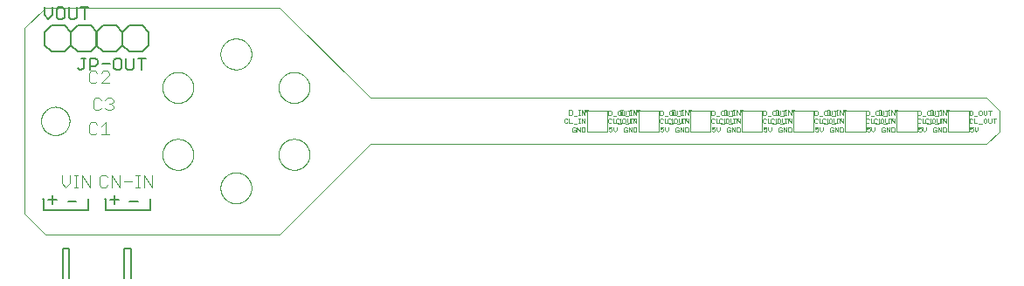
<source format=gto>
G75*
%MOIN*%
%OFA0B0*%
%FSLAX25Y25*%
%IPPOS*%
%LPD*%
%AMOC8*
5,1,8,0,0,1.08239X$1,22.5*
%
%ADD10C,0.00000*%
%ADD11C,0.00600*%
%ADD12C,0.00500*%
%ADD13C,0.00197*%
%ADD14C,0.00200*%
%ADD15C,0.00400*%
%ADD16C,0.00700*%
D10*
X0031028Y0034965D02*
X0038902Y0027091D01*
X0128469Y0027091D01*
X0162917Y0061539D01*
X0398154Y0061539D01*
X0403075Y0066461D01*
X0403075Y0074335D01*
X0398154Y0079256D01*
X0162917Y0079256D01*
X0128469Y0113705D01*
X0038902Y0113705D01*
X0031028Y0105831D01*
X0031028Y0034965D01*
X0105830Y0044807D02*
X0105832Y0044960D01*
X0105838Y0045114D01*
X0105848Y0045267D01*
X0105862Y0045419D01*
X0105880Y0045572D01*
X0105902Y0045723D01*
X0105927Y0045874D01*
X0105957Y0046025D01*
X0105991Y0046175D01*
X0106028Y0046323D01*
X0106069Y0046471D01*
X0106114Y0046617D01*
X0106163Y0046763D01*
X0106216Y0046907D01*
X0106272Y0047049D01*
X0106332Y0047190D01*
X0106396Y0047330D01*
X0106463Y0047468D01*
X0106534Y0047604D01*
X0106609Y0047738D01*
X0106686Y0047870D01*
X0106768Y0048000D01*
X0106852Y0048128D01*
X0106940Y0048254D01*
X0107031Y0048377D01*
X0107125Y0048498D01*
X0107223Y0048616D01*
X0107323Y0048732D01*
X0107427Y0048845D01*
X0107533Y0048956D01*
X0107642Y0049064D01*
X0107754Y0049169D01*
X0107868Y0049270D01*
X0107986Y0049369D01*
X0108105Y0049465D01*
X0108227Y0049558D01*
X0108352Y0049647D01*
X0108479Y0049734D01*
X0108608Y0049816D01*
X0108739Y0049896D01*
X0108872Y0049972D01*
X0109007Y0050045D01*
X0109144Y0050114D01*
X0109283Y0050179D01*
X0109423Y0050241D01*
X0109565Y0050299D01*
X0109708Y0050354D01*
X0109853Y0050405D01*
X0109999Y0050452D01*
X0110146Y0050495D01*
X0110294Y0050534D01*
X0110443Y0050570D01*
X0110593Y0050601D01*
X0110744Y0050629D01*
X0110895Y0050653D01*
X0111048Y0050673D01*
X0111200Y0050689D01*
X0111353Y0050701D01*
X0111506Y0050709D01*
X0111659Y0050713D01*
X0111813Y0050713D01*
X0111966Y0050709D01*
X0112119Y0050701D01*
X0112272Y0050689D01*
X0112424Y0050673D01*
X0112577Y0050653D01*
X0112728Y0050629D01*
X0112879Y0050601D01*
X0113029Y0050570D01*
X0113178Y0050534D01*
X0113326Y0050495D01*
X0113473Y0050452D01*
X0113619Y0050405D01*
X0113764Y0050354D01*
X0113907Y0050299D01*
X0114049Y0050241D01*
X0114189Y0050179D01*
X0114328Y0050114D01*
X0114465Y0050045D01*
X0114600Y0049972D01*
X0114733Y0049896D01*
X0114864Y0049816D01*
X0114993Y0049734D01*
X0115120Y0049647D01*
X0115245Y0049558D01*
X0115367Y0049465D01*
X0115486Y0049369D01*
X0115604Y0049270D01*
X0115718Y0049169D01*
X0115830Y0049064D01*
X0115939Y0048956D01*
X0116045Y0048845D01*
X0116149Y0048732D01*
X0116249Y0048616D01*
X0116347Y0048498D01*
X0116441Y0048377D01*
X0116532Y0048254D01*
X0116620Y0048128D01*
X0116704Y0048000D01*
X0116786Y0047870D01*
X0116863Y0047738D01*
X0116938Y0047604D01*
X0117009Y0047468D01*
X0117076Y0047330D01*
X0117140Y0047190D01*
X0117200Y0047049D01*
X0117256Y0046907D01*
X0117309Y0046763D01*
X0117358Y0046617D01*
X0117403Y0046471D01*
X0117444Y0046323D01*
X0117481Y0046175D01*
X0117515Y0046025D01*
X0117545Y0045874D01*
X0117570Y0045723D01*
X0117592Y0045572D01*
X0117610Y0045419D01*
X0117624Y0045267D01*
X0117634Y0045114D01*
X0117640Y0044960D01*
X0117642Y0044807D01*
X0117640Y0044654D01*
X0117634Y0044500D01*
X0117624Y0044347D01*
X0117610Y0044195D01*
X0117592Y0044042D01*
X0117570Y0043891D01*
X0117545Y0043740D01*
X0117515Y0043589D01*
X0117481Y0043439D01*
X0117444Y0043291D01*
X0117403Y0043143D01*
X0117358Y0042997D01*
X0117309Y0042851D01*
X0117256Y0042707D01*
X0117200Y0042565D01*
X0117140Y0042424D01*
X0117076Y0042284D01*
X0117009Y0042146D01*
X0116938Y0042010D01*
X0116863Y0041876D01*
X0116786Y0041744D01*
X0116704Y0041614D01*
X0116620Y0041486D01*
X0116532Y0041360D01*
X0116441Y0041237D01*
X0116347Y0041116D01*
X0116249Y0040998D01*
X0116149Y0040882D01*
X0116045Y0040769D01*
X0115939Y0040658D01*
X0115830Y0040550D01*
X0115718Y0040445D01*
X0115604Y0040344D01*
X0115486Y0040245D01*
X0115367Y0040149D01*
X0115245Y0040056D01*
X0115120Y0039967D01*
X0114993Y0039880D01*
X0114864Y0039798D01*
X0114733Y0039718D01*
X0114600Y0039642D01*
X0114465Y0039569D01*
X0114328Y0039500D01*
X0114189Y0039435D01*
X0114049Y0039373D01*
X0113907Y0039315D01*
X0113764Y0039260D01*
X0113619Y0039209D01*
X0113473Y0039162D01*
X0113326Y0039119D01*
X0113178Y0039080D01*
X0113029Y0039044D01*
X0112879Y0039013D01*
X0112728Y0038985D01*
X0112577Y0038961D01*
X0112424Y0038941D01*
X0112272Y0038925D01*
X0112119Y0038913D01*
X0111966Y0038905D01*
X0111813Y0038901D01*
X0111659Y0038901D01*
X0111506Y0038905D01*
X0111353Y0038913D01*
X0111200Y0038925D01*
X0111048Y0038941D01*
X0110895Y0038961D01*
X0110744Y0038985D01*
X0110593Y0039013D01*
X0110443Y0039044D01*
X0110294Y0039080D01*
X0110146Y0039119D01*
X0109999Y0039162D01*
X0109853Y0039209D01*
X0109708Y0039260D01*
X0109565Y0039315D01*
X0109423Y0039373D01*
X0109283Y0039435D01*
X0109144Y0039500D01*
X0109007Y0039569D01*
X0108872Y0039642D01*
X0108739Y0039718D01*
X0108608Y0039798D01*
X0108479Y0039880D01*
X0108352Y0039967D01*
X0108227Y0040056D01*
X0108105Y0040149D01*
X0107986Y0040245D01*
X0107868Y0040344D01*
X0107754Y0040445D01*
X0107642Y0040550D01*
X0107533Y0040658D01*
X0107427Y0040769D01*
X0107323Y0040882D01*
X0107223Y0040998D01*
X0107125Y0041116D01*
X0107031Y0041237D01*
X0106940Y0041360D01*
X0106852Y0041486D01*
X0106768Y0041614D01*
X0106686Y0041744D01*
X0106609Y0041876D01*
X0106534Y0042010D01*
X0106463Y0042146D01*
X0106396Y0042284D01*
X0106332Y0042424D01*
X0106272Y0042565D01*
X0106216Y0042707D01*
X0106163Y0042851D01*
X0106114Y0042997D01*
X0106069Y0043143D01*
X0106028Y0043291D01*
X0105991Y0043439D01*
X0105957Y0043589D01*
X0105927Y0043740D01*
X0105902Y0043891D01*
X0105880Y0044042D01*
X0105862Y0044195D01*
X0105848Y0044347D01*
X0105838Y0044500D01*
X0105832Y0044654D01*
X0105830Y0044807D01*
X0083665Y0057602D02*
X0083667Y0057755D01*
X0083673Y0057909D01*
X0083683Y0058062D01*
X0083697Y0058214D01*
X0083715Y0058367D01*
X0083737Y0058518D01*
X0083762Y0058669D01*
X0083792Y0058820D01*
X0083826Y0058970D01*
X0083863Y0059118D01*
X0083904Y0059266D01*
X0083949Y0059412D01*
X0083998Y0059558D01*
X0084051Y0059702D01*
X0084107Y0059844D01*
X0084167Y0059985D01*
X0084231Y0060125D01*
X0084298Y0060263D01*
X0084369Y0060399D01*
X0084444Y0060533D01*
X0084521Y0060665D01*
X0084603Y0060795D01*
X0084687Y0060923D01*
X0084775Y0061049D01*
X0084866Y0061172D01*
X0084960Y0061293D01*
X0085058Y0061411D01*
X0085158Y0061527D01*
X0085262Y0061640D01*
X0085368Y0061751D01*
X0085477Y0061859D01*
X0085589Y0061964D01*
X0085703Y0062065D01*
X0085821Y0062164D01*
X0085940Y0062260D01*
X0086062Y0062353D01*
X0086187Y0062442D01*
X0086314Y0062529D01*
X0086443Y0062611D01*
X0086574Y0062691D01*
X0086707Y0062767D01*
X0086842Y0062840D01*
X0086979Y0062909D01*
X0087118Y0062974D01*
X0087258Y0063036D01*
X0087400Y0063094D01*
X0087543Y0063149D01*
X0087688Y0063200D01*
X0087834Y0063247D01*
X0087981Y0063290D01*
X0088129Y0063329D01*
X0088278Y0063365D01*
X0088428Y0063396D01*
X0088579Y0063424D01*
X0088730Y0063448D01*
X0088883Y0063468D01*
X0089035Y0063484D01*
X0089188Y0063496D01*
X0089341Y0063504D01*
X0089494Y0063508D01*
X0089648Y0063508D01*
X0089801Y0063504D01*
X0089954Y0063496D01*
X0090107Y0063484D01*
X0090259Y0063468D01*
X0090412Y0063448D01*
X0090563Y0063424D01*
X0090714Y0063396D01*
X0090864Y0063365D01*
X0091013Y0063329D01*
X0091161Y0063290D01*
X0091308Y0063247D01*
X0091454Y0063200D01*
X0091599Y0063149D01*
X0091742Y0063094D01*
X0091884Y0063036D01*
X0092024Y0062974D01*
X0092163Y0062909D01*
X0092300Y0062840D01*
X0092435Y0062767D01*
X0092568Y0062691D01*
X0092699Y0062611D01*
X0092828Y0062529D01*
X0092955Y0062442D01*
X0093080Y0062353D01*
X0093202Y0062260D01*
X0093321Y0062164D01*
X0093439Y0062065D01*
X0093553Y0061964D01*
X0093665Y0061859D01*
X0093774Y0061751D01*
X0093880Y0061640D01*
X0093984Y0061527D01*
X0094084Y0061411D01*
X0094182Y0061293D01*
X0094276Y0061172D01*
X0094367Y0061049D01*
X0094455Y0060923D01*
X0094539Y0060795D01*
X0094621Y0060665D01*
X0094698Y0060533D01*
X0094773Y0060399D01*
X0094844Y0060263D01*
X0094911Y0060125D01*
X0094975Y0059985D01*
X0095035Y0059844D01*
X0095091Y0059702D01*
X0095144Y0059558D01*
X0095193Y0059412D01*
X0095238Y0059266D01*
X0095279Y0059118D01*
X0095316Y0058970D01*
X0095350Y0058820D01*
X0095380Y0058669D01*
X0095405Y0058518D01*
X0095427Y0058367D01*
X0095445Y0058214D01*
X0095459Y0058062D01*
X0095469Y0057909D01*
X0095475Y0057755D01*
X0095477Y0057602D01*
X0095475Y0057449D01*
X0095469Y0057295D01*
X0095459Y0057142D01*
X0095445Y0056990D01*
X0095427Y0056837D01*
X0095405Y0056686D01*
X0095380Y0056535D01*
X0095350Y0056384D01*
X0095316Y0056234D01*
X0095279Y0056086D01*
X0095238Y0055938D01*
X0095193Y0055792D01*
X0095144Y0055646D01*
X0095091Y0055502D01*
X0095035Y0055360D01*
X0094975Y0055219D01*
X0094911Y0055079D01*
X0094844Y0054941D01*
X0094773Y0054805D01*
X0094698Y0054671D01*
X0094621Y0054539D01*
X0094539Y0054409D01*
X0094455Y0054281D01*
X0094367Y0054155D01*
X0094276Y0054032D01*
X0094182Y0053911D01*
X0094084Y0053793D01*
X0093984Y0053677D01*
X0093880Y0053564D01*
X0093774Y0053453D01*
X0093665Y0053345D01*
X0093553Y0053240D01*
X0093439Y0053139D01*
X0093321Y0053040D01*
X0093202Y0052944D01*
X0093080Y0052851D01*
X0092955Y0052762D01*
X0092828Y0052675D01*
X0092699Y0052593D01*
X0092568Y0052513D01*
X0092435Y0052437D01*
X0092300Y0052364D01*
X0092163Y0052295D01*
X0092024Y0052230D01*
X0091884Y0052168D01*
X0091742Y0052110D01*
X0091599Y0052055D01*
X0091454Y0052004D01*
X0091308Y0051957D01*
X0091161Y0051914D01*
X0091013Y0051875D01*
X0090864Y0051839D01*
X0090714Y0051808D01*
X0090563Y0051780D01*
X0090412Y0051756D01*
X0090259Y0051736D01*
X0090107Y0051720D01*
X0089954Y0051708D01*
X0089801Y0051700D01*
X0089648Y0051696D01*
X0089494Y0051696D01*
X0089341Y0051700D01*
X0089188Y0051708D01*
X0089035Y0051720D01*
X0088883Y0051736D01*
X0088730Y0051756D01*
X0088579Y0051780D01*
X0088428Y0051808D01*
X0088278Y0051839D01*
X0088129Y0051875D01*
X0087981Y0051914D01*
X0087834Y0051957D01*
X0087688Y0052004D01*
X0087543Y0052055D01*
X0087400Y0052110D01*
X0087258Y0052168D01*
X0087118Y0052230D01*
X0086979Y0052295D01*
X0086842Y0052364D01*
X0086707Y0052437D01*
X0086574Y0052513D01*
X0086443Y0052593D01*
X0086314Y0052675D01*
X0086187Y0052762D01*
X0086062Y0052851D01*
X0085940Y0052944D01*
X0085821Y0053040D01*
X0085703Y0053139D01*
X0085589Y0053240D01*
X0085477Y0053345D01*
X0085368Y0053453D01*
X0085262Y0053564D01*
X0085158Y0053677D01*
X0085058Y0053793D01*
X0084960Y0053911D01*
X0084866Y0054032D01*
X0084775Y0054155D01*
X0084687Y0054281D01*
X0084603Y0054409D01*
X0084521Y0054539D01*
X0084444Y0054671D01*
X0084369Y0054805D01*
X0084298Y0054941D01*
X0084231Y0055079D01*
X0084167Y0055219D01*
X0084107Y0055360D01*
X0084051Y0055502D01*
X0083998Y0055646D01*
X0083949Y0055792D01*
X0083904Y0055938D01*
X0083863Y0056086D01*
X0083826Y0056234D01*
X0083792Y0056384D01*
X0083762Y0056535D01*
X0083737Y0056686D01*
X0083715Y0056837D01*
X0083697Y0056990D01*
X0083683Y0057142D01*
X0083673Y0057295D01*
X0083667Y0057449D01*
X0083665Y0057602D01*
X0037426Y0070398D02*
X0037428Y0070545D01*
X0037434Y0070691D01*
X0037444Y0070837D01*
X0037458Y0070983D01*
X0037476Y0071129D01*
X0037497Y0071274D01*
X0037523Y0071418D01*
X0037553Y0071562D01*
X0037586Y0071704D01*
X0037623Y0071846D01*
X0037664Y0071987D01*
X0037709Y0072126D01*
X0037758Y0072265D01*
X0037810Y0072402D01*
X0037867Y0072537D01*
X0037926Y0072671D01*
X0037990Y0072803D01*
X0038057Y0072933D01*
X0038127Y0073062D01*
X0038201Y0073189D01*
X0038278Y0073313D01*
X0038359Y0073436D01*
X0038443Y0073556D01*
X0038530Y0073674D01*
X0038620Y0073789D01*
X0038713Y0073902D01*
X0038810Y0074013D01*
X0038909Y0074121D01*
X0039011Y0074226D01*
X0039116Y0074328D01*
X0039224Y0074427D01*
X0039335Y0074524D01*
X0039448Y0074617D01*
X0039563Y0074707D01*
X0039681Y0074794D01*
X0039801Y0074878D01*
X0039924Y0074959D01*
X0040048Y0075036D01*
X0040175Y0075110D01*
X0040304Y0075180D01*
X0040434Y0075247D01*
X0040566Y0075311D01*
X0040700Y0075370D01*
X0040835Y0075427D01*
X0040972Y0075479D01*
X0041111Y0075528D01*
X0041250Y0075573D01*
X0041391Y0075614D01*
X0041533Y0075651D01*
X0041675Y0075684D01*
X0041819Y0075714D01*
X0041963Y0075740D01*
X0042108Y0075761D01*
X0042254Y0075779D01*
X0042400Y0075793D01*
X0042546Y0075803D01*
X0042692Y0075809D01*
X0042839Y0075811D01*
X0042986Y0075809D01*
X0043132Y0075803D01*
X0043278Y0075793D01*
X0043424Y0075779D01*
X0043570Y0075761D01*
X0043715Y0075740D01*
X0043859Y0075714D01*
X0044003Y0075684D01*
X0044145Y0075651D01*
X0044287Y0075614D01*
X0044428Y0075573D01*
X0044567Y0075528D01*
X0044706Y0075479D01*
X0044843Y0075427D01*
X0044978Y0075370D01*
X0045112Y0075311D01*
X0045244Y0075247D01*
X0045374Y0075180D01*
X0045503Y0075110D01*
X0045630Y0075036D01*
X0045754Y0074959D01*
X0045877Y0074878D01*
X0045997Y0074794D01*
X0046115Y0074707D01*
X0046230Y0074617D01*
X0046343Y0074524D01*
X0046454Y0074427D01*
X0046562Y0074328D01*
X0046667Y0074226D01*
X0046769Y0074121D01*
X0046868Y0074013D01*
X0046965Y0073902D01*
X0047058Y0073789D01*
X0047148Y0073674D01*
X0047235Y0073556D01*
X0047319Y0073436D01*
X0047400Y0073313D01*
X0047477Y0073189D01*
X0047551Y0073062D01*
X0047621Y0072933D01*
X0047688Y0072803D01*
X0047752Y0072671D01*
X0047811Y0072537D01*
X0047868Y0072402D01*
X0047920Y0072265D01*
X0047969Y0072126D01*
X0048014Y0071987D01*
X0048055Y0071846D01*
X0048092Y0071704D01*
X0048125Y0071562D01*
X0048155Y0071418D01*
X0048181Y0071274D01*
X0048202Y0071129D01*
X0048220Y0070983D01*
X0048234Y0070837D01*
X0048244Y0070691D01*
X0048250Y0070545D01*
X0048252Y0070398D01*
X0048250Y0070251D01*
X0048244Y0070105D01*
X0048234Y0069959D01*
X0048220Y0069813D01*
X0048202Y0069667D01*
X0048181Y0069522D01*
X0048155Y0069378D01*
X0048125Y0069234D01*
X0048092Y0069092D01*
X0048055Y0068950D01*
X0048014Y0068809D01*
X0047969Y0068670D01*
X0047920Y0068531D01*
X0047868Y0068394D01*
X0047811Y0068259D01*
X0047752Y0068125D01*
X0047688Y0067993D01*
X0047621Y0067863D01*
X0047551Y0067734D01*
X0047477Y0067607D01*
X0047400Y0067483D01*
X0047319Y0067360D01*
X0047235Y0067240D01*
X0047148Y0067122D01*
X0047058Y0067007D01*
X0046965Y0066894D01*
X0046868Y0066783D01*
X0046769Y0066675D01*
X0046667Y0066570D01*
X0046562Y0066468D01*
X0046454Y0066369D01*
X0046343Y0066272D01*
X0046230Y0066179D01*
X0046115Y0066089D01*
X0045997Y0066002D01*
X0045877Y0065918D01*
X0045754Y0065837D01*
X0045630Y0065760D01*
X0045503Y0065686D01*
X0045374Y0065616D01*
X0045244Y0065549D01*
X0045112Y0065485D01*
X0044978Y0065426D01*
X0044843Y0065369D01*
X0044706Y0065317D01*
X0044567Y0065268D01*
X0044428Y0065223D01*
X0044287Y0065182D01*
X0044145Y0065145D01*
X0044003Y0065112D01*
X0043859Y0065082D01*
X0043715Y0065056D01*
X0043570Y0065035D01*
X0043424Y0065017D01*
X0043278Y0065003D01*
X0043132Y0064993D01*
X0042986Y0064987D01*
X0042839Y0064985D01*
X0042692Y0064987D01*
X0042546Y0064993D01*
X0042400Y0065003D01*
X0042254Y0065017D01*
X0042108Y0065035D01*
X0041963Y0065056D01*
X0041819Y0065082D01*
X0041675Y0065112D01*
X0041533Y0065145D01*
X0041391Y0065182D01*
X0041250Y0065223D01*
X0041111Y0065268D01*
X0040972Y0065317D01*
X0040835Y0065369D01*
X0040700Y0065426D01*
X0040566Y0065485D01*
X0040434Y0065549D01*
X0040304Y0065616D01*
X0040175Y0065686D01*
X0040048Y0065760D01*
X0039924Y0065837D01*
X0039801Y0065918D01*
X0039681Y0066002D01*
X0039563Y0066089D01*
X0039448Y0066179D01*
X0039335Y0066272D01*
X0039224Y0066369D01*
X0039116Y0066468D01*
X0039011Y0066570D01*
X0038909Y0066675D01*
X0038810Y0066783D01*
X0038713Y0066894D01*
X0038620Y0067007D01*
X0038530Y0067122D01*
X0038443Y0067240D01*
X0038359Y0067360D01*
X0038278Y0067483D01*
X0038201Y0067607D01*
X0038127Y0067734D01*
X0038057Y0067863D01*
X0037990Y0067993D01*
X0037926Y0068125D01*
X0037867Y0068259D01*
X0037810Y0068394D01*
X0037758Y0068531D01*
X0037709Y0068670D01*
X0037664Y0068809D01*
X0037623Y0068950D01*
X0037586Y0069092D01*
X0037553Y0069234D01*
X0037523Y0069378D01*
X0037497Y0069522D01*
X0037476Y0069667D01*
X0037458Y0069813D01*
X0037444Y0069959D01*
X0037434Y0070105D01*
X0037428Y0070251D01*
X0037426Y0070398D01*
X0083665Y0083193D02*
X0083667Y0083346D01*
X0083673Y0083500D01*
X0083683Y0083653D01*
X0083697Y0083805D01*
X0083715Y0083958D01*
X0083737Y0084109D01*
X0083762Y0084260D01*
X0083792Y0084411D01*
X0083826Y0084561D01*
X0083863Y0084709D01*
X0083904Y0084857D01*
X0083949Y0085003D01*
X0083998Y0085149D01*
X0084051Y0085293D01*
X0084107Y0085435D01*
X0084167Y0085576D01*
X0084231Y0085716D01*
X0084298Y0085854D01*
X0084369Y0085990D01*
X0084444Y0086124D01*
X0084521Y0086256D01*
X0084603Y0086386D01*
X0084687Y0086514D01*
X0084775Y0086640D01*
X0084866Y0086763D01*
X0084960Y0086884D01*
X0085058Y0087002D01*
X0085158Y0087118D01*
X0085262Y0087231D01*
X0085368Y0087342D01*
X0085477Y0087450D01*
X0085589Y0087555D01*
X0085703Y0087656D01*
X0085821Y0087755D01*
X0085940Y0087851D01*
X0086062Y0087944D01*
X0086187Y0088033D01*
X0086314Y0088120D01*
X0086443Y0088202D01*
X0086574Y0088282D01*
X0086707Y0088358D01*
X0086842Y0088431D01*
X0086979Y0088500D01*
X0087118Y0088565D01*
X0087258Y0088627D01*
X0087400Y0088685D01*
X0087543Y0088740D01*
X0087688Y0088791D01*
X0087834Y0088838D01*
X0087981Y0088881D01*
X0088129Y0088920D01*
X0088278Y0088956D01*
X0088428Y0088987D01*
X0088579Y0089015D01*
X0088730Y0089039D01*
X0088883Y0089059D01*
X0089035Y0089075D01*
X0089188Y0089087D01*
X0089341Y0089095D01*
X0089494Y0089099D01*
X0089648Y0089099D01*
X0089801Y0089095D01*
X0089954Y0089087D01*
X0090107Y0089075D01*
X0090259Y0089059D01*
X0090412Y0089039D01*
X0090563Y0089015D01*
X0090714Y0088987D01*
X0090864Y0088956D01*
X0091013Y0088920D01*
X0091161Y0088881D01*
X0091308Y0088838D01*
X0091454Y0088791D01*
X0091599Y0088740D01*
X0091742Y0088685D01*
X0091884Y0088627D01*
X0092024Y0088565D01*
X0092163Y0088500D01*
X0092300Y0088431D01*
X0092435Y0088358D01*
X0092568Y0088282D01*
X0092699Y0088202D01*
X0092828Y0088120D01*
X0092955Y0088033D01*
X0093080Y0087944D01*
X0093202Y0087851D01*
X0093321Y0087755D01*
X0093439Y0087656D01*
X0093553Y0087555D01*
X0093665Y0087450D01*
X0093774Y0087342D01*
X0093880Y0087231D01*
X0093984Y0087118D01*
X0094084Y0087002D01*
X0094182Y0086884D01*
X0094276Y0086763D01*
X0094367Y0086640D01*
X0094455Y0086514D01*
X0094539Y0086386D01*
X0094621Y0086256D01*
X0094698Y0086124D01*
X0094773Y0085990D01*
X0094844Y0085854D01*
X0094911Y0085716D01*
X0094975Y0085576D01*
X0095035Y0085435D01*
X0095091Y0085293D01*
X0095144Y0085149D01*
X0095193Y0085003D01*
X0095238Y0084857D01*
X0095279Y0084709D01*
X0095316Y0084561D01*
X0095350Y0084411D01*
X0095380Y0084260D01*
X0095405Y0084109D01*
X0095427Y0083958D01*
X0095445Y0083805D01*
X0095459Y0083653D01*
X0095469Y0083500D01*
X0095475Y0083346D01*
X0095477Y0083193D01*
X0095475Y0083040D01*
X0095469Y0082886D01*
X0095459Y0082733D01*
X0095445Y0082581D01*
X0095427Y0082428D01*
X0095405Y0082277D01*
X0095380Y0082126D01*
X0095350Y0081975D01*
X0095316Y0081825D01*
X0095279Y0081677D01*
X0095238Y0081529D01*
X0095193Y0081383D01*
X0095144Y0081237D01*
X0095091Y0081093D01*
X0095035Y0080951D01*
X0094975Y0080810D01*
X0094911Y0080670D01*
X0094844Y0080532D01*
X0094773Y0080396D01*
X0094698Y0080262D01*
X0094621Y0080130D01*
X0094539Y0080000D01*
X0094455Y0079872D01*
X0094367Y0079746D01*
X0094276Y0079623D01*
X0094182Y0079502D01*
X0094084Y0079384D01*
X0093984Y0079268D01*
X0093880Y0079155D01*
X0093774Y0079044D01*
X0093665Y0078936D01*
X0093553Y0078831D01*
X0093439Y0078730D01*
X0093321Y0078631D01*
X0093202Y0078535D01*
X0093080Y0078442D01*
X0092955Y0078353D01*
X0092828Y0078266D01*
X0092699Y0078184D01*
X0092568Y0078104D01*
X0092435Y0078028D01*
X0092300Y0077955D01*
X0092163Y0077886D01*
X0092024Y0077821D01*
X0091884Y0077759D01*
X0091742Y0077701D01*
X0091599Y0077646D01*
X0091454Y0077595D01*
X0091308Y0077548D01*
X0091161Y0077505D01*
X0091013Y0077466D01*
X0090864Y0077430D01*
X0090714Y0077399D01*
X0090563Y0077371D01*
X0090412Y0077347D01*
X0090259Y0077327D01*
X0090107Y0077311D01*
X0089954Y0077299D01*
X0089801Y0077291D01*
X0089648Y0077287D01*
X0089494Y0077287D01*
X0089341Y0077291D01*
X0089188Y0077299D01*
X0089035Y0077311D01*
X0088883Y0077327D01*
X0088730Y0077347D01*
X0088579Y0077371D01*
X0088428Y0077399D01*
X0088278Y0077430D01*
X0088129Y0077466D01*
X0087981Y0077505D01*
X0087834Y0077548D01*
X0087688Y0077595D01*
X0087543Y0077646D01*
X0087400Y0077701D01*
X0087258Y0077759D01*
X0087118Y0077821D01*
X0086979Y0077886D01*
X0086842Y0077955D01*
X0086707Y0078028D01*
X0086574Y0078104D01*
X0086443Y0078184D01*
X0086314Y0078266D01*
X0086187Y0078353D01*
X0086062Y0078442D01*
X0085940Y0078535D01*
X0085821Y0078631D01*
X0085703Y0078730D01*
X0085589Y0078831D01*
X0085477Y0078936D01*
X0085368Y0079044D01*
X0085262Y0079155D01*
X0085158Y0079268D01*
X0085058Y0079384D01*
X0084960Y0079502D01*
X0084866Y0079623D01*
X0084775Y0079746D01*
X0084687Y0079872D01*
X0084603Y0080000D01*
X0084521Y0080130D01*
X0084444Y0080262D01*
X0084369Y0080396D01*
X0084298Y0080532D01*
X0084231Y0080670D01*
X0084167Y0080810D01*
X0084107Y0080951D01*
X0084051Y0081093D01*
X0083998Y0081237D01*
X0083949Y0081383D01*
X0083904Y0081529D01*
X0083863Y0081677D01*
X0083826Y0081825D01*
X0083792Y0081975D01*
X0083762Y0082126D01*
X0083737Y0082277D01*
X0083715Y0082428D01*
X0083697Y0082581D01*
X0083683Y0082733D01*
X0083673Y0082886D01*
X0083667Y0083040D01*
X0083665Y0083193D01*
X0105830Y0095988D02*
X0105832Y0096141D01*
X0105838Y0096295D01*
X0105848Y0096448D01*
X0105862Y0096600D01*
X0105880Y0096753D01*
X0105902Y0096904D01*
X0105927Y0097055D01*
X0105957Y0097206D01*
X0105991Y0097356D01*
X0106028Y0097504D01*
X0106069Y0097652D01*
X0106114Y0097798D01*
X0106163Y0097944D01*
X0106216Y0098088D01*
X0106272Y0098230D01*
X0106332Y0098371D01*
X0106396Y0098511D01*
X0106463Y0098649D01*
X0106534Y0098785D01*
X0106609Y0098919D01*
X0106686Y0099051D01*
X0106768Y0099181D01*
X0106852Y0099309D01*
X0106940Y0099435D01*
X0107031Y0099558D01*
X0107125Y0099679D01*
X0107223Y0099797D01*
X0107323Y0099913D01*
X0107427Y0100026D01*
X0107533Y0100137D01*
X0107642Y0100245D01*
X0107754Y0100350D01*
X0107868Y0100451D01*
X0107986Y0100550D01*
X0108105Y0100646D01*
X0108227Y0100739D01*
X0108352Y0100828D01*
X0108479Y0100915D01*
X0108608Y0100997D01*
X0108739Y0101077D01*
X0108872Y0101153D01*
X0109007Y0101226D01*
X0109144Y0101295D01*
X0109283Y0101360D01*
X0109423Y0101422D01*
X0109565Y0101480D01*
X0109708Y0101535D01*
X0109853Y0101586D01*
X0109999Y0101633D01*
X0110146Y0101676D01*
X0110294Y0101715D01*
X0110443Y0101751D01*
X0110593Y0101782D01*
X0110744Y0101810D01*
X0110895Y0101834D01*
X0111048Y0101854D01*
X0111200Y0101870D01*
X0111353Y0101882D01*
X0111506Y0101890D01*
X0111659Y0101894D01*
X0111813Y0101894D01*
X0111966Y0101890D01*
X0112119Y0101882D01*
X0112272Y0101870D01*
X0112424Y0101854D01*
X0112577Y0101834D01*
X0112728Y0101810D01*
X0112879Y0101782D01*
X0113029Y0101751D01*
X0113178Y0101715D01*
X0113326Y0101676D01*
X0113473Y0101633D01*
X0113619Y0101586D01*
X0113764Y0101535D01*
X0113907Y0101480D01*
X0114049Y0101422D01*
X0114189Y0101360D01*
X0114328Y0101295D01*
X0114465Y0101226D01*
X0114600Y0101153D01*
X0114733Y0101077D01*
X0114864Y0100997D01*
X0114993Y0100915D01*
X0115120Y0100828D01*
X0115245Y0100739D01*
X0115367Y0100646D01*
X0115486Y0100550D01*
X0115604Y0100451D01*
X0115718Y0100350D01*
X0115830Y0100245D01*
X0115939Y0100137D01*
X0116045Y0100026D01*
X0116149Y0099913D01*
X0116249Y0099797D01*
X0116347Y0099679D01*
X0116441Y0099558D01*
X0116532Y0099435D01*
X0116620Y0099309D01*
X0116704Y0099181D01*
X0116786Y0099051D01*
X0116863Y0098919D01*
X0116938Y0098785D01*
X0117009Y0098649D01*
X0117076Y0098511D01*
X0117140Y0098371D01*
X0117200Y0098230D01*
X0117256Y0098088D01*
X0117309Y0097944D01*
X0117358Y0097798D01*
X0117403Y0097652D01*
X0117444Y0097504D01*
X0117481Y0097356D01*
X0117515Y0097206D01*
X0117545Y0097055D01*
X0117570Y0096904D01*
X0117592Y0096753D01*
X0117610Y0096600D01*
X0117624Y0096448D01*
X0117634Y0096295D01*
X0117640Y0096141D01*
X0117642Y0095988D01*
X0117640Y0095835D01*
X0117634Y0095681D01*
X0117624Y0095528D01*
X0117610Y0095376D01*
X0117592Y0095223D01*
X0117570Y0095072D01*
X0117545Y0094921D01*
X0117515Y0094770D01*
X0117481Y0094620D01*
X0117444Y0094472D01*
X0117403Y0094324D01*
X0117358Y0094178D01*
X0117309Y0094032D01*
X0117256Y0093888D01*
X0117200Y0093746D01*
X0117140Y0093605D01*
X0117076Y0093465D01*
X0117009Y0093327D01*
X0116938Y0093191D01*
X0116863Y0093057D01*
X0116786Y0092925D01*
X0116704Y0092795D01*
X0116620Y0092667D01*
X0116532Y0092541D01*
X0116441Y0092418D01*
X0116347Y0092297D01*
X0116249Y0092179D01*
X0116149Y0092063D01*
X0116045Y0091950D01*
X0115939Y0091839D01*
X0115830Y0091731D01*
X0115718Y0091626D01*
X0115604Y0091525D01*
X0115486Y0091426D01*
X0115367Y0091330D01*
X0115245Y0091237D01*
X0115120Y0091148D01*
X0114993Y0091061D01*
X0114864Y0090979D01*
X0114733Y0090899D01*
X0114600Y0090823D01*
X0114465Y0090750D01*
X0114328Y0090681D01*
X0114189Y0090616D01*
X0114049Y0090554D01*
X0113907Y0090496D01*
X0113764Y0090441D01*
X0113619Y0090390D01*
X0113473Y0090343D01*
X0113326Y0090300D01*
X0113178Y0090261D01*
X0113029Y0090225D01*
X0112879Y0090194D01*
X0112728Y0090166D01*
X0112577Y0090142D01*
X0112424Y0090122D01*
X0112272Y0090106D01*
X0112119Y0090094D01*
X0111966Y0090086D01*
X0111813Y0090082D01*
X0111659Y0090082D01*
X0111506Y0090086D01*
X0111353Y0090094D01*
X0111200Y0090106D01*
X0111048Y0090122D01*
X0110895Y0090142D01*
X0110744Y0090166D01*
X0110593Y0090194D01*
X0110443Y0090225D01*
X0110294Y0090261D01*
X0110146Y0090300D01*
X0109999Y0090343D01*
X0109853Y0090390D01*
X0109708Y0090441D01*
X0109565Y0090496D01*
X0109423Y0090554D01*
X0109283Y0090616D01*
X0109144Y0090681D01*
X0109007Y0090750D01*
X0108872Y0090823D01*
X0108739Y0090899D01*
X0108608Y0090979D01*
X0108479Y0091061D01*
X0108352Y0091148D01*
X0108227Y0091237D01*
X0108105Y0091330D01*
X0107986Y0091426D01*
X0107868Y0091525D01*
X0107754Y0091626D01*
X0107642Y0091731D01*
X0107533Y0091839D01*
X0107427Y0091950D01*
X0107323Y0092063D01*
X0107223Y0092179D01*
X0107125Y0092297D01*
X0107031Y0092418D01*
X0106940Y0092541D01*
X0106852Y0092667D01*
X0106768Y0092795D01*
X0106686Y0092925D01*
X0106609Y0093057D01*
X0106534Y0093191D01*
X0106463Y0093327D01*
X0106396Y0093465D01*
X0106332Y0093605D01*
X0106272Y0093746D01*
X0106216Y0093888D01*
X0106163Y0094032D01*
X0106114Y0094178D01*
X0106069Y0094324D01*
X0106028Y0094472D01*
X0105991Y0094620D01*
X0105957Y0094770D01*
X0105927Y0094921D01*
X0105902Y0095072D01*
X0105880Y0095223D01*
X0105862Y0095376D01*
X0105848Y0095528D01*
X0105838Y0095681D01*
X0105832Y0095835D01*
X0105830Y0095988D01*
X0127996Y0083193D02*
X0127998Y0083346D01*
X0128004Y0083500D01*
X0128014Y0083653D01*
X0128028Y0083805D01*
X0128046Y0083958D01*
X0128068Y0084109D01*
X0128093Y0084260D01*
X0128123Y0084411D01*
X0128157Y0084561D01*
X0128194Y0084709D01*
X0128235Y0084857D01*
X0128280Y0085003D01*
X0128329Y0085149D01*
X0128382Y0085293D01*
X0128438Y0085435D01*
X0128498Y0085576D01*
X0128562Y0085716D01*
X0128629Y0085854D01*
X0128700Y0085990D01*
X0128775Y0086124D01*
X0128852Y0086256D01*
X0128934Y0086386D01*
X0129018Y0086514D01*
X0129106Y0086640D01*
X0129197Y0086763D01*
X0129291Y0086884D01*
X0129389Y0087002D01*
X0129489Y0087118D01*
X0129593Y0087231D01*
X0129699Y0087342D01*
X0129808Y0087450D01*
X0129920Y0087555D01*
X0130034Y0087656D01*
X0130152Y0087755D01*
X0130271Y0087851D01*
X0130393Y0087944D01*
X0130518Y0088033D01*
X0130645Y0088120D01*
X0130774Y0088202D01*
X0130905Y0088282D01*
X0131038Y0088358D01*
X0131173Y0088431D01*
X0131310Y0088500D01*
X0131449Y0088565D01*
X0131589Y0088627D01*
X0131731Y0088685D01*
X0131874Y0088740D01*
X0132019Y0088791D01*
X0132165Y0088838D01*
X0132312Y0088881D01*
X0132460Y0088920D01*
X0132609Y0088956D01*
X0132759Y0088987D01*
X0132910Y0089015D01*
X0133061Y0089039D01*
X0133214Y0089059D01*
X0133366Y0089075D01*
X0133519Y0089087D01*
X0133672Y0089095D01*
X0133825Y0089099D01*
X0133979Y0089099D01*
X0134132Y0089095D01*
X0134285Y0089087D01*
X0134438Y0089075D01*
X0134590Y0089059D01*
X0134743Y0089039D01*
X0134894Y0089015D01*
X0135045Y0088987D01*
X0135195Y0088956D01*
X0135344Y0088920D01*
X0135492Y0088881D01*
X0135639Y0088838D01*
X0135785Y0088791D01*
X0135930Y0088740D01*
X0136073Y0088685D01*
X0136215Y0088627D01*
X0136355Y0088565D01*
X0136494Y0088500D01*
X0136631Y0088431D01*
X0136766Y0088358D01*
X0136899Y0088282D01*
X0137030Y0088202D01*
X0137159Y0088120D01*
X0137286Y0088033D01*
X0137411Y0087944D01*
X0137533Y0087851D01*
X0137652Y0087755D01*
X0137770Y0087656D01*
X0137884Y0087555D01*
X0137996Y0087450D01*
X0138105Y0087342D01*
X0138211Y0087231D01*
X0138315Y0087118D01*
X0138415Y0087002D01*
X0138513Y0086884D01*
X0138607Y0086763D01*
X0138698Y0086640D01*
X0138786Y0086514D01*
X0138870Y0086386D01*
X0138952Y0086256D01*
X0139029Y0086124D01*
X0139104Y0085990D01*
X0139175Y0085854D01*
X0139242Y0085716D01*
X0139306Y0085576D01*
X0139366Y0085435D01*
X0139422Y0085293D01*
X0139475Y0085149D01*
X0139524Y0085003D01*
X0139569Y0084857D01*
X0139610Y0084709D01*
X0139647Y0084561D01*
X0139681Y0084411D01*
X0139711Y0084260D01*
X0139736Y0084109D01*
X0139758Y0083958D01*
X0139776Y0083805D01*
X0139790Y0083653D01*
X0139800Y0083500D01*
X0139806Y0083346D01*
X0139808Y0083193D01*
X0139806Y0083040D01*
X0139800Y0082886D01*
X0139790Y0082733D01*
X0139776Y0082581D01*
X0139758Y0082428D01*
X0139736Y0082277D01*
X0139711Y0082126D01*
X0139681Y0081975D01*
X0139647Y0081825D01*
X0139610Y0081677D01*
X0139569Y0081529D01*
X0139524Y0081383D01*
X0139475Y0081237D01*
X0139422Y0081093D01*
X0139366Y0080951D01*
X0139306Y0080810D01*
X0139242Y0080670D01*
X0139175Y0080532D01*
X0139104Y0080396D01*
X0139029Y0080262D01*
X0138952Y0080130D01*
X0138870Y0080000D01*
X0138786Y0079872D01*
X0138698Y0079746D01*
X0138607Y0079623D01*
X0138513Y0079502D01*
X0138415Y0079384D01*
X0138315Y0079268D01*
X0138211Y0079155D01*
X0138105Y0079044D01*
X0137996Y0078936D01*
X0137884Y0078831D01*
X0137770Y0078730D01*
X0137652Y0078631D01*
X0137533Y0078535D01*
X0137411Y0078442D01*
X0137286Y0078353D01*
X0137159Y0078266D01*
X0137030Y0078184D01*
X0136899Y0078104D01*
X0136766Y0078028D01*
X0136631Y0077955D01*
X0136494Y0077886D01*
X0136355Y0077821D01*
X0136215Y0077759D01*
X0136073Y0077701D01*
X0135930Y0077646D01*
X0135785Y0077595D01*
X0135639Y0077548D01*
X0135492Y0077505D01*
X0135344Y0077466D01*
X0135195Y0077430D01*
X0135045Y0077399D01*
X0134894Y0077371D01*
X0134743Y0077347D01*
X0134590Y0077327D01*
X0134438Y0077311D01*
X0134285Y0077299D01*
X0134132Y0077291D01*
X0133979Y0077287D01*
X0133825Y0077287D01*
X0133672Y0077291D01*
X0133519Y0077299D01*
X0133366Y0077311D01*
X0133214Y0077327D01*
X0133061Y0077347D01*
X0132910Y0077371D01*
X0132759Y0077399D01*
X0132609Y0077430D01*
X0132460Y0077466D01*
X0132312Y0077505D01*
X0132165Y0077548D01*
X0132019Y0077595D01*
X0131874Y0077646D01*
X0131731Y0077701D01*
X0131589Y0077759D01*
X0131449Y0077821D01*
X0131310Y0077886D01*
X0131173Y0077955D01*
X0131038Y0078028D01*
X0130905Y0078104D01*
X0130774Y0078184D01*
X0130645Y0078266D01*
X0130518Y0078353D01*
X0130393Y0078442D01*
X0130271Y0078535D01*
X0130152Y0078631D01*
X0130034Y0078730D01*
X0129920Y0078831D01*
X0129808Y0078936D01*
X0129699Y0079044D01*
X0129593Y0079155D01*
X0129489Y0079268D01*
X0129389Y0079384D01*
X0129291Y0079502D01*
X0129197Y0079623D01*
X0129106Y0079746D01*
X0129018Y0079872D01*
X0128934Y0080000D01*
X0128852Y0080130D01*
X0128775Y0080262D01*
X0128700Y0080396D01*
X0128629Y0080532D01*
X0128562Y0080670D01*
X0128498Y0080810D01*
X0128438Y0080951D01*
X0128382Y0081093D01*
X0128329Y0081237D01*
X0128280Y0081383D01*
X0128235Y0081529D01*
X0128194Y0081677D01*
X0128157Y0081825D01*
X0128123Y0081975D01*
X0128093Y0082126D01*
X0128068Y0082277D01*
X0128046Y0082428D01*
X0128028Y0082581D01*
X0128014Y0082733D01*
X0128004Y0082886D01*
X0127998Y0083040D01*
X0127996Y0083193D01*
X0127996Y0057602D02*
X0127998Y0057755D01*
X0128004Y0057909D01*
X0128014Y0058062D01*
X0128028Y0058214D01*
X0128046Y0058367D01*
X0128068Y0058518D01*
X0128093Y0058669D01*
X0128123Y0058820D01*
X0128157Y0058970D01*
X0128194Y0059118D01*
X0128235Y0059266D01*
X0128280Y0059412D01*
X0128329Y0059558D01*
X0128382Y0059702D01*
X0128438Y0059844D01*
X0128498Y0059985D01*
X0128562Y0060125D01*
X0128629Y0060263D01*
X0128700Y0060399D01*
X0128775Y0060533D01*
X0128852Y0060665D01*
X0128934Y0060795D01*
X0129018Y0060923D01*
X0129106Y0061049D01*
X0129197Y0061172D01*
X0129291Y0061293D01*
X0129389Y0061411D01*
X0129489Y0061527D01*
X0129593Y0061640D01*
X0129699Y0061751D01*
X0129808Y0061859D01*
X0129920Y0061964D01*
X0130034Y0062065D01*
X0130152Y0062164D01*
X0130271Y0062260D01*
X0130393Y0062353D01*
X0130518Y0062442D01*
X0130645Y0062529D01*
X0130774Y0062611D01*
X0130905Y0062691D01*
X0131038Y0062767D01*
X0131173Y0062840D01*
X0131310Y0062909D01*
X0131449Y0062974D01*
X0131589Y0063036D01*
X0131731Y0063094D01*
X0131874Y0063149D01*
X0132019Y0063200D01*
X0132165Y0063247D01*
X0132312Y0063290D01*
X0132460Y0063329D01*
X0132609Y0063365D01*
X0132759Y0063396D01*
X0132910Y0063424D01*
X0133061Y0063448D01*
X0133214Y0063468D01*
X0133366Y0063484D01*
X0133519Y0063496D01*
X0133672Y0063504D01*
X0133825Y0063508D01*
X0133979Y0063508D01*
X0134132Y0063504D01*
X0134285Y0063496D01*
X0134438Y0063484D01*
X0134590Y0063468D01*
X0134743Y0063448D01*
X0134894Y0063424D01*
X0135045Y0063396D01*
X0135195Y0063365D01*
X0135344Y0063329D01*
X0135492Y0063290D01*
X0135639Y0063247D01*
X0135785Y0063200D01*
X0135930Y0063149D01*
X0136073Y0063094D01*
X0136215Y0063036D01*
X0136355Y0062974D01*
X0136494Y0062909D01*
X0136631Y0062840D01*
X0136766Y0062767D01*
X0136899Y0062691D01*
X0137030Y0062611D01*
X0137159Y0062529D01*
X0137286Y0062442D01*
X0137411Y0062353D01*
X0137533Y0062260D01*
X0137652Y0062164D01*
X0137770Y0062065D01*
X0137884Y0061964D01*
X0137996Y0061859D01*
X0138105Y0061751D01*
X0138211Y0061640D01*
X0138315Y0061527D01*
X0138415Y0061411D01*
X0138513Y0061293D01*
X0138607Y0061172D01*
X0138698Y0061049D01*
X0138786Y0060923D01*
X0138870Y0060795D01*
X0138952Y0060665D01*
X0139029Y0060533D01*
X0139104Y0060399D01*
X0139175Y0060263D01*
X0139242Y0060125D01*
X0139306Y0059985D01*
X0139366Y0059844D01*
X0139422Y0059702D01*
X0139475Y0059558D01*
X0139524Y0059412D01*
X0139569Y0059266D01*
X0139610Y0059118D01*
X0139647Y0058970D01*
X0139681Y0058820D01*
X0139711Y0058669D01*
X0139736Y0058518D01*
X0139758Y0058367D01*
X0139776Y0058214D01*
X0139790Y0058062D01*
X0139800Y0057909D01*
X0139806Y0057755D01*
X0139808Y0057602D01*
X0139806Y0057449D01*
X0139800Y0057295D01*
X0139790Y0057142D01*
X0139776Y0056990D01*
X0139758Y0056837D01*
X0139736Y0056686D01*
X0139711Y0056535D01*
X0139681Y0056384D01*
X0139647Y0056234D01*
X0139610Y0056086D01*
X0139569Y0055938D01*
X0139524Y0055792D01*
X0139475Y0055646D01*
X0139422Y0055502D01*
X0139366Y0055360D01*
X0139306Y0055219D01*
X0139242Y0055079D01*
X0139175Y0054941D01*
X0139104Y0054805D01*
X0139029Y0054671D01*
X0138952Y0054539D01*
X0138870Y0054409D01*
X0138786Y0054281D01*
X0138698Y0054155D01*
X0138607Y0054032D01*
X0138513Y0053911D01*
X0138415Y0053793D01*
X0138315Y0053677D01*
X0138211Y0053564D01*
X0138105Y0053453D01*
X0137996Y0053345D01*
X0137884Y0053240D01*
X0137770Y0053139D01*
X0137652Y0053040D01*
X0137533Y0052944D01*
X0137411Y0052851D01*
X0137286Y0052762D01*
X0137159Y0052675D01*
X0137030Y0052593D01*
X0136899Y0052513D01*
X0136766Y0052437D01*
X0136631Y0052364D01*
X0136494Y0052295D01*
X0136355Y0052230D01*
X0136215Y0052168D01*
X0136073Y0052110D01*
X0135930Y0052055D01*
X0135785Y0052004D01*
X0135639Y0051957D01*
X0135492Y0051914D01*
X0135344Y0051875D01*
X0135195Y0051839D01*
X0135045Y0051808D01*
X0134894Y0051780D01*
X0134743Y0051756D01*
X0134590Y0051736D01*
X0134438Y0051720D01*
X0134285Y0051708D01*
X0134132Y0051700D01*
X0133979Y0051696D01*
X0133825Y0051696D01*
X0133672Y0051700D01*
X0133519Y0051708D01*
X0133366Y0051720D01*
X0133214Y0051736D01*
X0133061Y0051756D01*
X0132910Y0051780D01*
X0132759Y0051808D01*
X0132609Y0051839D01*
X0132460Y0051875D01*
X0132312Y0051914D01*
X0132165Y0051957D01*
X0132019Y0052004D01*
X0131874Y0052055D01*
X0131731Y0052110D01*
X0131589Y0052168D01*
X0131449Y0052230D01*
X0131310Y0052295D01*
X0131173Y0052364D01*
X0131038Y0052437D01*
X0130905Y0052513D01*
X0130774Y0052593D01*
X0130645Y0052675D01*
X0130518Y0052762D01*
X0130393Y0052851D01*
X0130271Y0052944D01*
X0130152Y0053040D01*
X0130034Y0053139D01*
X0129920Y0053240D01*
X0129808Y0053345D01*
X0129699Y0053453D01*
X0129593Y0053564D01*
X0129489Y0053677D01*
X0129389Y0053793D01*
X0129291Y0053911D01*
X0129197Y0054032D01*
X0129106Y0054155D01*
X0129018Y0054281D01*
X0128934Y0054409D01*
X0128852Y0054539D01*
X0128775Y0054671D01*
X0128700Y0054805D01*
X0128629Y0054941D01*
X0128562Y0055079D01*
X0128498Y0055219D01*
X0128438Y0055360D01*
X0128382Y0055502D01*
X0128329Y0055646D01*
X0128280Y0055792D01*
X0128235Y0055938D01*
X0128194Y0056086D01*
X0128157Y0056234D01*
X0128123Y0056384D01*
X0128093Y0056535D01*
X0128068Y0056686D01*
X0128046Y0056837D01*
X0128028Y0056990D01*
X0128014Y0057142D01*
X0128004Y0057295D01*
X0127998Y0057449D01*
X0127996Y0057602D01*
D11*
X0078429Y0099394D02*
X0075929Y0096894D01*
X0070929Y0096894D01*
X0068429Y0099394D01*
X0065929Y0096894D01*
X0060929Y0096894D01*
X0058429Y0099394D01*
X0058429Y0104394D01*
X0060929Y0106894D01*
X0065929Y0106894D01*
X0068429Y0104394D01*
X0070929Y0106894D01*
X0075929Y0106894D01*
X0078429Y0104394D01*
X0078429Y0099394D01*
X0068429Y0099394D02*
X0068429Y0104394D01*
X0058744Y0104394D02*
X0058744Y0099394D01*
X0056244Y0096894D01*
X0051244Y0096894D01*
X0048744Y0099394D01*
X0046244Y0096894D01*
X0041244Y0096894D01*
X0038744Y0099394D01*
X0038744Y0104394D01*
X0041244Y0106894D01*
X0046244Y0106894D01*
X0048744Y0104394D01*
X0051244Y0106894D01*
X0056244Y0106894D01*
X0058744Y0104394D01*
X0048744Y0104394D02*
X0048744Y0099394D01*
D12*
X0045594Y0021579D02*
X0045594Y0010161D01*
X0047957Y0010161D02*
X0047957Y0021579D01*
X0045594Y0021579D01*
X0069217Y0021579D02*
X0069217Y0010161D01*
X0071579Y0010161D02*
X0071579Y0021579D01*
X0069217Y0021579D01*
X0062130Y0036146D02*
X0062130Y0040476D01*
X0061736Y0040476D01*
X0055437Y0040476D02*
X0055437Y0036146D01*
X0038508Y0036146D01*
X0038508Y0040476D01*
X0038114Y0040476D01*
X0062130Y0036146D02*
X0079059Y0036146D01*
X0079059Y0040476D01*
X0075876Y0089944D02*
X0075876Y0094448D01*
X0074375Y0094448D02*
X0077378Y0094448D01*
X0072774Y0094448D02*
X0072774Y0090694D01*
X0072023Y0089944D01*
X0070522Y0089944D01*
X0069771Y0090694D01*
X0069771Y0094448D01*
X0068170Y0093697D02*
X0067419Y0094448D01*
X0065918Y0094448D01*
X0065167Y0093697D01*
X0065167Y0090694D01*
X0065918Y0089944D01*
X0067419Y0089944D01*
X0068170Y0090694D01*
X0068170Y0093697D01*
X0063566Y0092196D02*
X0060563Y0092196D01*
X0058962Y0092196D02*
X0058211Y0091445D01*
X0055959Y0091445D01*
X0055959Y0089944D02*
X0055959Y0094448D01*
X0058211Y0094448D01*
X0058962Y0093697D01*
X0058962Y0092196D01*
X0053607Y0090694D02*
X0053607Y0094448D01*
X0052857Y0094448D02*
X0054358Y0094448D01*
X0053607Y0090694D02*
X0052857Y0089944D01*
X0052106Y0089944D01*
X0051356Y0090694D01*
X0050154Y0109344D02*
X0048653Y0109344D01*
X0047902Y0110094D01*
X0047902Y0113848D01*
X0046301Y0113097D02*
X0045550Y0113848D01*
X0044049Y0113848D01*
X0043298Y0113097D01*
X0043298Y0110094D01*
X0044049Y0109344D01*
X0045550Y0109344D01*
X0046301Y0110094D01*
X0046301Y0113097D01*
X0050905Y0113848D02*
X0050905Y0110094D01*
X0050154Y0109344D01*
X0054007Y0109344D02*
X0054007Y0113848D01*
X0052506Y0113848D02*
X0055508Y0113848D01*
X0041697Y0113848D02*
X0041697Y0110845D01*
X0040195Y0109344D01*
X0038694Y0110845D01*
X0038694Y0113848D01*
D13*
X0245201Y0074728D02*
X0245988Y0074728D01*
X0245201Y0073941D01*
X0245201Y0074728D01*
X0245201Y0074696D02*
X0245955Y0074696D01*
X0245950Y0074690D02*
X0245950Y0074728D01*
X0245754Y0074728D02*
X0245754Y0074495D01*
X0245760Y0074500D02*
X0245201Y0074500D01*
X0245201Y0074305D02*
X0245565Y0074305D01*
X0245559Y0074299D02*
X0245559Y0074728D01*
X0245364Y0074728D02*
X0245364Y0074104D01*
X0245369Y0074110D02*
X0245201Y0074110D01*
X0245594Y0074335D02*
X0245594Y0066461D01*
X0253469Y0066461D01*
X0253469Y0074335D01*
X0245594Y0074335D01*
X0264886Y0074305D02*
X0265250Y0074305D01*
X0265280Y0074335D02*
X0265280Y0066461D01*
X0273154Y0066461D01*
X0273154Y0074335D01*
X0265280Y0074335D01*
X0265291Y0074346D02*
X0265291Y0074728D01*
X0265486Y0074728D02*
X0265486Y0074541D01*
X0265445Y0074500D02*
X0264886Y0074500D01*
X0264886Y0074696D02*
X0265640Y0074696D01*
X0265673Y0074728D02*
X0264886Y0074728D01*
X0264886Y0073941D01*
X0265673Y0074728D01*
X0265095Y0074728D02*
X0265095Y0074150D01*
X0265054Y0074110D02*
X0264886Y0074110D01*
X0264900Y0073955D02*
X0264900Y0074728D01*
X0284571Y0074728D02*
X0285358Y0074728D01*
X0284571Y0073941D01*
X0284571Y0074728D01*
X0284571Y0074696D02*
X0285326Y0074696D01*
X0285217Y0074728D02*
X0285217Y0074588D01*
X0285130Y0074500D02*
X0284571Y0074500D01*
X0284571Y0074305D02*
X0284935Y0074305D01*
X0284965Y0074335D02*
X0284965Y0066461D01*
X0292839Y0066461D01*
X0292839Y0074335D01*
X0284965Y0074335D01*
X0285022Y0074392D02*
X0285022Y0074728D01*
X0284827Y0074728D02*
X0284827Y0074197D01*
X0284739Y0074110D02*
X0284571Y0074110D01*
X0284631Y0074001D02*
X0284631Y0074728D01*
X0304256Y0074728D02*
X0305043Y0074728D01*
X0304256Y0073941D01*
X0304256Y0074728D01*
X0304256Y0074696D02*
X0305011Y0074696D01*
X0304949Y0074728D02*
X0304949Y0074634D01*
X0304815Y0074500D02*
X0304256Y0074500D01*
X0304256Y0074305D02*
X0304620Y0074305D01*
X0304650Y0074335D02*
X0304650Y0066461D01*
X0312524Y0066461D01*
X0312524Y0074335D01*
X0304650Y0074335D01*
X0304558Y0074243D02*
X0304558Y0074728D01*
X0304363Y0074728D02*
X0304363Y0074048D01*
X0304424Y0074110D02*
X0304256Y0074110D01*
X0304754Y0074439D02*
X0304754Y0074728D01*
X0323941Y0074728D02*
X0324728Y0074728D01*
X0323941Y0073941D01*
X0323941Y0074728D01*
X0323941Y0074696D02*
X0324696Y0074696D01*
X0324680Y0074680D02*
X0324680Y0074728D01*
X0324485Y0074728D02*
X0324485Y0074485D01*
X0324500Y0074500D02*
X0323941Y0074500D01*
X0323941Y0074305D02*
X0324305Y0074305D01*
X0324290Y0074290D02*
X0324290Y0074728D01*
X0324094Y0074728D02*
X0324094Y0074094D01*
X0324110Y0074110D02*
X0323941Y0074110D01*
X0324335Y0074335D02*
X0324335Y0066461D01*
X0332209Y0066461D01*
X0332209Y0074335D01*
X0324335Y0074335D01*
X0343626Y0074305D02*
X0343990Y0074305D01*
X0344020Y0074335D02*
X0344020Y0066461D01*
X0351894Y0066461D01*
X0351894Y0074335D01*
X0344020Y0074335D01*
X0344021Y0074336D02*
X0344021Y0074728D01*
X0343826Y0074728D02*
X0343826Y0074141D01*
X0343795Y0074110D02*
X0343626Y0074110D01*
X0343631Y0073946D02*
X0343631Y0074728D01*
X0343626Y0074728D02*
X0344413Y0074728D01*
X0343626Y0073941D01*
X0343626Y0074728D01*
X0343626Y0074696D02*
X0344381Y0074696D01*
X0344412Y0074727D02*
X0344412Y0074728D01*
X0344217Y0074728D02*
X0344217Y0074532D01*
X0344185Y0074500D02*
X0343626Y0074500D01*
X0363311Y0074500D02*
X0363870Y0074500D01*
X0363948Y0074578D02*
X0363948Y0074728D01*
X0364066Y0074696D02*
X0363311Y0074696D01*
X0363311Y0074728D02*
X0364098Y0074728D01*
X0363311Y0073941D01*
X0363311Y0074728D01*
X0363362Y0074728D02*
X0363362Y0073992D01*
X0363311Y0074110D02*
X0363480Y0074110D01*
X0363557Y0074187D02*
X0363557Y0074728D01*
X0363753Y0074728D02*
X0363753Y0074383D01*
X0363705Y0074335D02*
X0363705Y0066461D01*
X0371579Y0066461D01*
X0371579Y0074335D01*
X0363705Y0074335D01*
X0363675Y0074305D02*
X0363311Y0074305D01*
X0382996Y0074305D02*
X0383360Y0074305D01*
X0383390Y0074335D02*
X0383390Y0066461D01*
X0391264Y0066461D01*
X0391264Y0074335D01*
X0383390Y0074335D01*
X0383484Y0074429D02*
X0383484Y0074728D01*
X0383289Y0074728D02*
X0383289Y0074234D01*
X0383165Y0074110D02*
X0382996Y0074110D01*
X0383094Y0074039D02*
X0383094Y0074728D01*
X0382996Y0074728D02*
X0383783Y0074728D01*
X0382996Y0073941D01*
X0382996Y0074728D01*
X0382996Y0074696D02*
X0383751Y0074696D01*
X0383680Y0074728D02*
X0383680Y0074625D01*
X0383555Y0074500D02*
X0382996Y0074500D01*
D14*
X0382660Y0074531D02*
X0382660Y0072761D01*
X0381480Y0074531D01*
X0381480Y0072761D01*
X0380862Y0072761D02*
X0380272Y0072761D01*
X0380567Y0072761D02*
X0380567Y0074531D01*
X0380272Y0074531D02*
X0380862Y0074531D01*
X0380306Y0074335D02*
X0379126Y0074335D01*
X0379716Y0074335D02*
X0379716Y0072565D01*
X0379639Y0072466D02*
X0378459Y0072466D01*
X0378198Y0072565D02*
X0378493Y0072860D01*
X0378493Y0074335D01*
X0377827Y0074236D02*
X0377532Y0074531D01*
X0376647Y0074531D01*
X0376647Y0072761D01*
X0377532Y0072761D01*
X0377827Y0073056D01*
X0377827Y0074236D01*
X0377313Y0074335D02*
X0377313Y0072860D01*
X0377608Y0072565D01*
X0378198Y0072565D01*
X0378198Y0071283D02*
X0378493Y0070988D01*
X0378493Y0069808D01*
X0378198Y0069513D01*
X0377608Y0069513D01*
X0377313Y0069808D01*
X0377313Y0070988D01*
X0377608Y0071283D01*
X0378198Y0071283D01*
X0379126Y0071283D02*
X0379126Y0069808D01*
X0379421Y0069513D01*
X0380011Y0069513D01*
X0380306Y0069808D01*
X0380306Y0071283D01*
X0380272Y0071283D02*
X0380862Y0071283D01*
X0380938Y0071283D02*
X0382118Y0071283D01*
X0382660Y0071283D02*
X0382660Y0069513D01*
X0381480Y0071283D01*
X0381480Y0069513D01*
X0381528Y0069513D02*
X0381528Y0071283D01*
X0380567Y0071283D02*
X0380567Y0069513D01*
X0380272Y0069513D02*
X0380862Y0069513D01*
X0379639Y0069218D02*
X0378459Y0069218D01*
X0377827Y0069513D02*
X0376647Y0069513D01*
X0376647Y0071283D01*
X0376014Y0070988D02*
X0375719Y0071283D01*
X0375129Y0071283D01*
X0374834Y0070988D01*
X0374834Y0069808D01*
X0375129Y0069513D01*
X0375719Y0069513D01*
X0376014Y0069808D01*
X0375501Y0069218D02*
X0376681Y0069218D01*
X0374868Y0069513D02*
X0373688Y0069513D01*
X0373688Y0071283D01*
X0373056Y0070988D02*
X0372761Y0071283D01*
X0372171Y0071283D01*
X0371876Y0070988D01*
X0371876Y0069808D01*
X0372171Y0069513D01*
X0372761Y0069513D01*
X0373056Y0069808D01*
X0373252Y0068134D02*
X0372072Y0068134D01*
X0372072Y0067249D01*
X0372662Y0067544D01*
X0372957Y0067544D01*
X0373252Y0067249D01*
X0373252Y0066659D01*
X0372957Y0066364D01*
X0372367Y0066364D01*
X0372072Y0066659D01*
X0373885Y0066954D02*
X0374475Y0066364D01*
X0375065Y0066954D01*
X0375065Y0068134D01*
X0373885Y0068134D02*
X0373885Y0066954D01*
X0377855Y0066462D02*
X0377855Y0067642D01*
X0378150Y0067937D01*
X0378740Y0067937D01*
X0379035Y0067642D01*
X0379035Y0067052D02*
X0378445Y0067052D01*
X0379035Y0067052D02*
X0379035Y0066462D01*
X0378740Y0066167D01*
X0378150Y0066167D01*
X0377855Y0066462D01*
X0379668Y0066167D02*
X0379668Y0067937D01*
X0380848Y0066167D01*
X0380848Y0067937D01*
X0381480Y0067937D02*
X0382365Y0067937D01*
X0382660Y0067642D01*
X0382660Y0066462D01*
X0382365Y0066167D01*
X0381480Y0066167D01*
X0381480Y0067937D01*
X0391561Y0069808D02*
X0391856Y0069513D01*
X0392446Y0069513D01*
X0392741Y0069808D01*
X0393373Y0069513D02*
X0394553Y0069513D01*
X0395186Y0069218D02*
X0396366Y0069218D01*
X0396998Y0069808D02*
X0397293Y0069513D01*
X0397883Y0069513D01*
X0398178Y0069808D01*
X0398178Y0070988D01*
X0397883Y0071283D01*
X0397293Y0071283D01*
X0396998Y0070988D01*
X0396998Y0069808D01*
X0398811Y0069808D02*
X0399106Y0069513D01*
X0399696Y0069513D01*
X0399991Y0069808D01*
X0399991Y0071283D01*
X0400623Y0071283D02*
X0401803Y0071283D01*
X0401213Y0071283D02*
X0401213Y0069513D01*
X0398811Y0069808D02*
X0398811Y0071283D01*
X0399401Y0072565D02*
X0399401Y0074335D01*
X0398811Y0074335D02*
X0399991Y0074335D01*
X0398178Y0074335D02*
X0398178Y0072860D01*
X0397883Y0072565D01*
X0397293Y0072565D01*
X0396998Y0072860D01*
X0396998Y0074335D01*
X0396366Y0074040D02*
X0396071Y0074335D01*
X0395481Y0074335D01*
X0395186Y0074040D01*
X0395186Y0072860D01*
X0395481Y0072565D01*
X0396071Y0072565D01*
X0396366Y0072860D01*
X0396366Y0074040D01*
X0394553Y0072270D02*
X0393373Y0072270D01*
X0392741Y0072860D02*
X0392741Y0074040D01*
X0392446Y0074335D01*
X0391561Y0074335D01*
X0391561Y0072565D01*
X0392446Y0072565D01*
X0392741Y0072860D01*
X0392446Y0071283D02*
X0391856Y0071283D01*
X0391561Y0070988D01*
X0391561Y0069808D01*
X0392741Y0070988D02*
X0392446Y0071283D01*
X0393373Y0071283D02*
X0393373Y0069513D01*
X0393570Y0068134D02*
X0393570Y0066954D01*
X0394160Y0066364D01*
X0394750Y0066954D01*
X0394750Y0068134D01*
X0392937Y0068134D02*
X0391757Y0068134D01*
X0391757Y0067249D01*
X0392347Y0067544D01*
X0392642Y0067544D01*
X0392937Y0067249D01*
X0392937Y0066659D01*
X0392642Y0066364D01*
X0392052Y0066364D01*
X0391757Y0066659D01*
X0376681Y0072860D02*
X0376681Y0074040D01*
X0376386Y0074335D01*
X0375796Y0074335D01*
X0375501Y0074040D01*
X0375501Y0072860D01*
X0375796Y0072565D01*
X0376386Y0072565D01*
X0376681Y0072860D01*
X0374868Y0072270D02*
X0373688Y0072270D01*
X0373056Y0072860D02*
X0373056Y0074040D01*
X0372761Y0074335D01*
X0371876Y0074335D01*
X0371876Y0072565D01*
X0372761Y0072565D01*
X0373056Y0072860D01*
X0362975Y0072761D02*
X0362975Y0074531D01*
X0361795Y0074531D02*
X0362975Y0072761D01*
X0361795Y0072761D02*
X0361795Y0074531D01*
X0361177Y0074531D02*
X0360587Y0074531D01*
X0360621Y0074335D02*
X0359441Y0074335D01*
X0360031Y0074335D02*
X0360031Y0072565D01*
X0359954Y0072466D02*
X0358774Y0072466D01*
X0358513Y0072565D02*
X0358808Y0072860D01*
X0358808Y0074335D01*
X0358142Y0074236D02*
X0357847Y0074531D01*
X0356962Y0074531D01*
X0356962Y0072761D01*
X0357847Y0072761D01*
X0358142Y0073056D01*
X0358142Y0074236D01*
X0357628Y0074335D02*
X0357628Y0072860D01*
X0357923Y0072565D01*
X0358513Y0072565D01*
X0358513Y0071283D02*
X0358808Y0070988D01*
X0358808Y0069808D01*
X0358513Y0069513D01*
X0357923Y0069513D01*
X0357628Y0069808D01*
X0357628Y0070988D01*
X0357923Y0071283D01*
X0358513Y0071283D01*
X0359441Y0071283D02*
X0359441Y0069808D01*
X0359736Y0069513D01*
X0360326Y0069513D01*
X0360621Y0069808D01*
X0360621Y0071283D01*
X0360587Y0071283D02*
X0361177Y0071283D01*
X0361253Y0071283D02*
X0362433Y0071283D01*
X0362975Y0071283D02*
X0362975Y0069513D01*
X0361795Y0071283D01*
X0361795Y0069513D01*
X0361843Y0069513D02*
X0361843Y0071283D01*
X0360882Y0071283D02*
X0360882Y0069513D01*
X0360587Y0069513D02*
X0361177Y0069513D01*
X0359954Y0069218D02*
X0358774Y0069218D01*
X0358142Y0069513D02*
X0356962Y0069513D01*
X0356962Y0071283D01*
X0356329Y0070988D02*
X0356034Y0071283D01*
X0355444Y0071283D01*
X0355149Y0070988D01*
X0355149Y0069808D01*
X0355444Y0069513D01*
X0356034Y0069513D01*
X0356329Y0069808D01*
X0355816Y0069218D02*
X0356996Y0069218D01*
X0355183Y0069513D02*
X0354003Y0069513D01*
X0354003Y0071283D01*
X0353371Y0070988D02*
X0353076Y0071283D01*
X0352486Y0071283D01*
X0352191Y0070988D01*
X0352191Y0069808D01*
X0352486Y0069513D01*
X0353076Y0069513D01*
X0353371Y0069808D01*
X0353567Y0068134D02*
X0352387Y0068134D01*
X0352387Y0067249D01*
X0352977Y0067544D01*
X0353272Y0067544D01*
X0353567Y0067249D01*
X0353567Y0066659D01*
X0353272Y0066364D01*
X0352682Y0066364D01*
X0352387Y0066659D01*
X0354200Y0066954D02*
X0354790Y0066364D01*
X0355380Y0066954D01*
X0355380Y0068134D01*
X0354200Y0068134D02*
X0354200Y0066954D01*
X0358170Y0066462D02*
X0358170Y0067642D01*
X0358465Y0067937D01*
X0359055Y0067937D01*
X0359350Y0067642D01*
X0359350Y0067052D02*
X0358760Y0067052D01*
X0359350Y0067052D02*
X0359350Y0066462D01*
X0359055Y0066167D01*
X0358465Y0066167D01*
X0358170Y0066462D01*
X0359983Y0066167D02*
X0359983Y0067937D01*
X0361163Y0066167D01*
X0361163Y0067937D01*
X0361795Y0067937D02*
X0362680Y0067937D01*
X0362975Y0067642D01*
X0362975Y0066462D01*
X0362680Y0066167D01*
X0361795Y0066167D01*
X0361795Y0067937D01*
X0361177Y0072761D02*
X0360587Y0072761D01*
X0360882Y0072761D02*
X0360882Y0074531D01*
X0356996Y0074040D02*
X0356996Y0072860D01*
X0356701Y0072565D01*
X0356111Y0072565D01*
X0355816Y0072860D01*
X0355816Y0074040D01*
X0356111Y0074335D01*
X0356701Y0074335D01*
X0356996Y0074040D01*
X0355183Y0072270D02*
X0354003Y0072270D01*
X0353371Y0072860D02*
X0353371Y0074040D01*
X0353076Y0074335D01*
X0352191Y0074335D01*
X0352191Y0072565D01*
X0353076Y0072565D01*
X0353371Y0072860D01*
X0343290Y0072761D02*
X0343290Y0074531D01*
X0342110Y0074531D02*
X0343290Y0072761D01*
X0342110Y0072761D02*
X0342110Y0074531D01*
X0341492Y0074531D02*
X0340902Y0074531D01*
X0340936Y0074335D02*
X0339756Y0074335D01*
X0340346Y0074335D02*
X0340346Y0072565D01*
X0340269Y0072466D02*
X0339089Y0072466D01*
X0338828Y0072565D02*
X0339123Y0072860D01*
X0339123Y0074335D01*
X0338457Y0074236D02*
X0338162Y0074531D01*
X0337277Y0074531D01*
X0337277Y0072761D01*
X0338162Y0072761D01*
X0338457Y0073056D01*
X0338457Y0074236D01*
X0337943Y0074335D02*
X0337943Y0072860D01*
X0338238Y0072565D01*
X0338828Y0072565D01*
X0338828Y0071283D02*
X0339123Y0070988D01*
X0339123Y0069808D01*
X0338828Y0069513D01*
X0338238Y0069513D01*
X0337943Y0069808D01*
X0337943Y0070988D01*
X0338238Y0071283D01*
X0338828Y0071283D01*
X0339756Y0071283D02*
X0339756Y0069808D01*
X0340051Y0069513D01*
X0340641Y0069513D01*
X0340936Y0069808D01*
X0340936Y0071283D01*
X0340902Y0071283D02*
X0341492Y0071283D01*
X0341568Y0071283D02*
X0342748Y0071283D01*
X0343290Y0071283D02*
X0343290Y0069513D01*
X0342110Y0071283D01*
X0342110Y0069513D01*
X0342158Y0069513D02*
X0342158Y0071283D01*
X0341197Y0071283D02*
X0341197Y0069513D01*
X0340902Y0069513D02*
X0341492Y0069513D01*
X0340269Y0069218D02*
X0339089Y0069218D01*
X0338457Y0069513D02*
X0337277Y0069513D01*
X0337277Y0071283D01*
X0336644Y0070988D02*
X0336349Y0071283D01*
X0335759Y0071283D01*
X0335464Y0070988D01*
X0335464Y0069808D01*
X0335759Y0069513D01*
X0336349Y0069513D01*
X0336644Y0069808D01*
X0336131Y0069218D02*
X0337311Y0069218D01*
X0335498Y0069513D02*
X0334318Y0069513D01*
X0334318Y0071283D01*
X0333686Y0070988D02*
X0333391Y0071283D01*
X0332801Y0071283D01*
X0332506Y0070988D01*
X0332506Y0069808D01*
X0332801Y0069513D01*
X0333391Y0069513D01*
X0333686Y0069808D01*
X0333882Y0068134D02*
X0332702Y0068134D01*
X0332702Y0067249D01*
X0333292Y0067544D01*
X0333587Y0067544D01*
X0333882Y0067249D01*
X0333882Y0066659D01*
X0333587Y0066364D01*
X0332997Y0066364D01*
X0332702Y0066659D01*
X0334515Y0066954D02*
X0335105Y0066364D01*
X0335695Y0066954D01*
X0335695Y0068134D01*
X0334515Y0068134D02*
X0334515Y0066954D01*
X0338485Y0066462D02*
X0338485Y0067642D01*
X0338780Y0067937D01*
X0339370Y0067937D01*
X0339665Y0067642D01*
X0339665Y0067052D02*
X0339075Y0067052D01*
X0339665Y0067052D02*
X0339665Y0066462D01*
X0339370Y0066167D01*
X0338780Y0066167D01*
X0338485Y0066462D01*
X0340298Y0066167D02*
X0340298Y0067937D01*
X0341478Y0066167D01*
X0341478Y0067937D01*
X0342110Y0067937D02*
X0342995Y0067937D01*
X0343290Y0067642D01*
X0343290Y0066462D01*
X0342995Y0066167D01*
X0342110Y0066167D01*
X0342110Y0067937D01*
X0341492Y0072761D02*
X0340902Y0072761D01*
X0341197Y0072761D02*
X0341197Y0074531D01*
X0337311Y0074040D02*
X0337311Y0072860D01*
X0337016Y0072565D01*
X0336426Y0072565D01*
X0336131Y0072860D01*
X0336131Y0074040D01*
X0336426Y0074335D01*
X0337016Y0074335D01*
X0337311Y0074040D01*
X0335498Y0072270D02*
X0334318Y0072270D01*
X0333686Y0072860D02*
X0333686Y0074040D01*
X0333391Y0074335D01*
X0332506Y0074335D01*
X0332506Y0072565D01*
X0333391Y0072565D01*
X0333686Y0072860D01*
X0323605Y0072761D02*
X0323605Y0074531D01*
X0322425Y0074531D02*
X0323605Y0072761D01*
X0322425Y0072761D02*
X0322425Y0074531D01*
X0321807Y0074531D02*
X0321217Y0074531D01*
X0321251Y0074335D02*
X0320071Y0074335D01*
X0320661Y0074335D02*
X0320661Y0072565D01*
X0320584Y0072466D02*
X0319404Y0072466D01*
X0319143Y0072565D02*
X0319438Y0072860D01*
X0319438Y0074335D01*
X0318772Y0074236D02*
X0318477Y0074531D01*
X0317592Y0074531D01*
X0317592Y0072761D01*
X0318477Y0072761D01*
X0318772Y0073056D01*
X0318772Y0074236D01*
X0318258Y0074335D02*
X0318258Y0072860D01*
X0318553Y0072565D01*
X0319143Y0072565D01*
X0319143Y0071283D02*
X0319438Y0070988D01*
X0319438Y0069808D01*
X0319143Y0069513D01*
X0318553Y0069513D01*
X0318258Y0069808D01*
X0318258Y0070988D01*
X0318553Y0071283D01*
X0319143Y0071283D01*
X0320071Y0071283D02*
X0320071Y0069808D01*
X0320366Y0069513D01*
X0320956Y0069513D01*
X0321251Y0069808D01*
X0321251Y0071283D01*
X0321217Y0071283D02*
X0321807Y0071283D01*
X0321883Y0071283D02*
X0323063Y0071283D01*
X0323605Y0071283D02*
X0323605Y0069513D01*
X0322425Y0071283D01*
X0322425Y0069513D01*
X0322473Y0069513D02*
X0322473Y0071283D01*
X0321512Y0071283D02*
X0321512Y0069513D01*
X0321217Y0069513D02*
X0321807Y0069513D01*
X0320584Y0069218D02*
X0319404Y0069218D01*
X0318772Y0069513D02*
X0317592Y0069513D01*
X0317592Y0071283D01*
X0316959Y0070988D02*
X0316664Y0071283D01*
X0316074Y0071283D01*
X0315779Y0070988D01*
X0315779Y0069808D01*
X0316074Y0069513D01*
X0316664Y0069513D01*
X0316959Y0069808D01*
X0316446Y0069218D02*
X0317626Y0069218D01*
X0315813Y0069513D02*
X0314633Y0069513D01*
X0314633Y0071283D01*
X0314000Y0070988D02*
X0313705Y0071283D01*
X0313115Y0071283D01*
X0312820Y0070988D01*
X0312820Y0069808D01*
X0313115Y0069513D01*
X0313705Y0069513D01*
X0314000Y0069808D01*
X0314197Y0068134D02*
X0313017Y0068134D01*
X0313017Y0067249D01*
X0313607Y0067544D01*
X0313902Y0067544D01*
X0314197Y0067249D01*
X0314197Y0066659D01*
X0313902Y0066364D01*
X0313312Y0066364D01*
X0313017Y0066659D01*
X0314830Y0066954D02*
X0315420Y0066364D01*
X0316010Y0066954D01*
X0316010Y0068134D01*
X0314830Y0068134D02*
X0314830Y0066954D01*
X0318800Y0066462D02*
X0318800Y0067642D01*
X0319095Y0067937D01*
X0319685Y0067937D01*
X0319980Y0067642D01*
X0319980Y0067052D02*
X0319390Y0067052D01*
X0319980Y0067052D02*
X0319980Y0066462D01*
X0319685Y0066167D01*
X0319095Y0066167D01*
X0318800Y0066462D01*
X0320613Y0066167D02*
X0320613Y0067937D01*
X0321793Y0066167D01*
X0321793Y0067937D01*
X0322425Y0067937D02*
X0323310Y0067937D01*
X0323605Y0067642D01*
X0323605Y0066462D01*
X0323310Y0066167D01*
X0322425Y0066167D01*
X0322425Y0067937D01*
X0321807Y0072761D02*
X0321217Y0072761D01*
X0321512Y0072761D02*
X0321512Y0074531D01*
X0317626Y0074040D02*
X0317331Y0074335D01*
X0316741Y0074335D01*
X0316446Y0074040D01*
X0316446Y0072860D01*
X0316741Y0072565D01*
X0317331Y0072565D01*
X0317626Y0072860D01*
X0317626Y0074040D01*
X0315813Y0072270D02*
X0314633Y0072270D01*
X0314000Y0072860D02*
X0314000Y0074040D01*
X0313705Y0074335D01*
X0312820Y0074335D01*
X0312820Y0072565D01*
X0313705Y0072565D01*
X0314000Y0072860D01*
X0303920Y0072761D02*
X0303920Y0074531D01*
X0302740Y0074531D02*
X0303920Y0072761D01*
X0302740Y0072761D02*
X0302740Y0074531D01*
X0302122Y0074531D02*
X0301532Y0074531D01*
X0301566Y0074335D02*
X0300386Y0074335D01*
X0300976Y0074335D02*
X0300976Y0072565D01*
X0300899Y0072466D02*
X0299719Y0072466D01*
X0299458Y0072565D02*
X0299753Y0072860D01*
X0299753Y0074335D01*
X0299087Y0074236D02*
X0298792Y0074531D01*
X0297907Y0074531D01*
X0297907Y0072761D01*
X0298792Y0072761D01*
X0299087Y0073056D01*
X0299087Y0074236D01*
X0298573Y0074335D02*
X0298573Y0072860D01*
X0298868Y0072565D01*
X0299458Y0072565D01*
X0299458Y0071283D02*
X0299753Y0070988D01*
X0299753Y0069808D01*
X0299458Y0069513D01*
X0298868Y0069513D01*
X0298573Y0069808D01*
X0298573Y0070988D01*
X0298868Y0071283D01*
X0299458Y0071283D01*
X0300386Y0071283D02*
X0300386Y0069808D01*
X0300681Y0069513D01*
X0301271Y0069513D01*
X0301566Y0069808D01*
X0301566Y0071283D01*
X0301532Y0071283D02*
X0302122Y0071283D01*
X0302198Y0071283D02*
X0303378Y0071283D01*
X0303920Y0071283D02*
X0303920Y0069513D01*
X0302740Y0071283D01*
X0302740Y0069513D01*
X0302788Y0069513D02*
X0302788Y0071283D01*
X0301827Y0071283D02*
X0301827Y0069513D01*
X0301532Y0069513D02*
X0302122Y0069513D01*
X0300899Y0069218D02*
X0299719Y0069218D01*
X0299087Y0069513D02*
X0297907Y0069513D01*
X0297907Y0071283D01*
X0297274Y0070988D02*
X0296979Y0071283D01*
X0296389Y0071283D01*
X0296094Y0070988D01*
X0296094Y0069808D01*
X0296389Y0069513D01*
X0296979Y0069513D01*
X0297274Y0069808D01*
X0296761Y0069218D02*
X0297941Y0069218D01*
X0296128Y0069513D02*
X0294948Y0069513D01*
X0294948Y0071283D01*
X0294315Y0070988D02*
X0294020Y0071283D01*
X0293430Y0071283D01*
X0293135Y0070988D01*
X0293135Y0069808D01*
X0293430Y0069513D01*
X0294020Y0069513D01*
X0294315Y0069808D01*
X0294512Y0068134D02*
X0293332Y0068134D01*
X0293332Y0067249D01*
X0293922Y0067544D01*
X0294217Y0067544D01*
X0294512Y0067249D01*
X0294512Y0066659D01*
X0294217Y0066364D01*
X0293627Y0066364D01*
X0293332Y0066659D01*
X0295145Y0066954D02*
X0295735Y0066364D01*
X0296325Y0066954D01*
X0296325Y0068134D01*
X0295145Y0068134D02*
X0295145Y0066954D01*
X0299115Y0066462D02*
X0299115Y0067642D01*
X0299410Y0067937D01*
X0300000Y0067937D01*
X0300295Y0067642D01*
X0300295Y0067052D02*
X0299705Y0067052D01*
X0300295Y0067052D02*
X0300295Y0066462D01*
X0300000Y0066167D01*
X0299410Y0066167D01*
X0299115Y0066462D01*
X0300928Y0066167D02*
X0300928Y0067937D01*
X0302108Y0066167D01*
X0302108Y0067937D01*
X0302740Y0067937D02*
X0303625Y0067937D01*
X0303920Y0067642D01*
X0303920Y0066462D01*
X0303625Y0066167D01*
X0302740Y0066167D01*
X0302740Y0067937D01*
X0302122Y0072761D02*
X0301532Y0072761D01*
X0301827Y0072761D02*
X0301827Y0074531D01*
X0297941Y0074040D02*
X0297646Y0074335D01*
X0297056Y0074335D01*
X0296761Y0074040D01*
X0296761Y0072860D01*
X0297056Y0072565D01*
X0297646Y0072565D01*
X0297941Y0072860D01*
X0297941Y0074040D01*
X0296128Y0072270D02*
X0294948Y0072270D01*
X0294315Y0072860D02*
X0294315Y0074040D01*
X0294020Y0074335D01*
X0293135Y0074335D01*
X0293135Y0072565D01*
X0294020Y0072565D01*
X0294315Y0072860D01*
X0284235Y0072761D02*
X0284235Y0074531D01*
X0283055Y0074531D02*
X0284235Y0072761D01*
X0283055Y0072761D02*
X0283055Y0074531D01*
X0282437Y0074531D02*
X0281847Y0074531D01*
X0281881Y0074335D02*
X0280701Y0074335D01*
X0281291Y0074335D02*
X0281291Y0072565D01*
X0281214Y0072466D02*
X0280034Y0072466D01*
X0279773Y0072565D02*
X0280068Y0072860D01*
X0280068Y0074335D01*
X0279402Y0074236D02*
X0279107Y0074531D01*
X0278222Y0074531D01*
X0278222Y0072761D01*
X0279107Y0072761D01*
X0279402Y0073056D01*
X0279402Y0074236D01*
X0278888Y0074335D02*
X0278888Y0072860D01*
X0279183Y0072565D01*
X0279773Y0072565D01*
X0279773Y0071283D02*
X0280068Y0070988D01*
X0280068Y0069808D01*
X0279773Y0069513D01*
X0279183Y0069513D01*
X0278888Y0069808D01*
X0278888Y0070988D01*
X0279183Y0071283D01*
X0279773Y0071283D01*
X0280701Y0071283D02*
X0280701Y0069808D01*
X0280996Y0069513D01*
X0281586Y0069513D01*
X0281881Y0069808D01*
X0281881Y0071283D01*
X0281847Y0071283D02*
X0282437Y0071283D01*
X0282513Y0071283D02*
X0283693Y0071283D01*
X0284235Y0071283D02*
X0284235Y0069513D01*
X0283055Y0071283D01*
X0283055Y0069513D01*
X0283103Y0069513D02*
X0283103Y0071283D01*
X0282142Y0071283D02*
X0282142Y0069513D01*
X0281847Y0069513D02*
X0282437Y0069513D01*
X0281214Y0069218D02*
X0280034Y0069218D01*
X0279402Y0069513D02*
X0278222Y0069513D01*
X0278222Y0071283D01*
X0277589Y0070988D02*
X0277294Y0071283D01*
X0276704Y0071283D01*
X0276409Y0070988D01*
X0276409Y0069808D01*
X0276704Y0069513D01*
X0277294Y0069513D01*
X0277589Y0069808D01*
X0277076Y0069218D02*
X0278256Y0069218D01*
X0276443Y0069513D02*
X0275263Y0069513D01*
X0275263Y0071283D01*
X0274630Y0070988D02*
X0274335Y0071283D01*
X0273745Y0071283D01*
X0273450Y0070988D01*
X0273450Y0069808D01*
X0273745Y0069513D01*
X0274335Y0069513D01*
X0274630Y0069808D01*
X0274827Y0068134D02*
X0273647Y0068134D01*
X0273647Y0067249D01*
X0274237Y0067544D01*
X0274532Y0067544D01*
X0274827Y0067249D01*
X0274827Y0066659D01*
X0274532Y0066364D01*
X0273942Y0066364D01*
X0273647Y0066659D01*
X0275460Y0066954D02*
X0276050Y0066364D01*
X0276640Y0066954D01*
X0276640Y0068134D01*
X0275460Y0068134D02*
X0275460Y0066954D01*
X0279430Y0066462D02*
X0279430Y0067642D01*
X0279725Y0067937D01*
X0280315Y0067937D01*
X0280610Y0067642D01*
X0280610Y0067052D02*
X0280020Y0067052D01*
X0280610Y0067052D02*
X0280610Y0066462D01*
X0280315Y0066167D01*
X0279725Y0066167D01*
X0279430Y0066462D01*
X0281243Y0066167D02*
X0281243Y0067937D01*
X0282423Y0066167D01*
X0282423Y0067937D01*
X0283055Y0067937D02*
X0283055Y0066167D01*
X0283940Y0066167D01*
X0284235Y0066462D01*
X0284235Y0067642D01*
X0283940Y0067937D01*
X0283055Y0067937D01*
X0282437Y0072761D02*
X0281847Y0072761D01*
X0282142Y0072761D02*
X0282142Y0074531D01*
X0278256Y0074040D02*
X0277961Y0074335D01*
X0277371Y0074335D01*
X0277076Y0074040D01*
X0277076Y0072860D01*
X0277371Y0072565D01*
X0277961Y0072565D01*
X0278256Y0072860D01*
X0278256Y0074040D01*
X0276443Y0072270D02*
X0275263Y0072270D01*
X0274630Y0072860D02*
X0274630Y0074040D01*
X0274335Y0074335D01*
X0273450Y0074335D01*
X0273450Y0072565D01*
X0274335Y0072565D01*
X0274630Y0072860D01*
X0264550Y0072761D02*
X0264550Y0074531D01*
X0263370Y0074531D02*
X0264550Y0072761D01*
X0263370Y0072761D02*
X0263370Y0074531D01*
X0262752Y0074531D02*
X0262162Y0074531D01*
X0262196Y0074335D02*
X0261016Y0074335D01*
X0261606Y0074335D02*
X0261606Y0072565D01*
X0261529Y0072466D02*
X0260349Y0072466D01*
X0260088Y0072565D02*
X0260383Y0072860D01*
X0260383Y0074335D01*
X0259717Y0074236D02*
X0259422Y0074531D01*
X0258537Y0074531D01*
X0258537Y0072761D01*
X0259422Y0072761D01*
X0259717Y0073056D01*
X0259717Y0074236D01*
X0259203Y0074335D02*
X0259203Y0072860D01*
X0259498Y0072565D01*
X0260088Y0072565D01*
X0260088Y0071283D02*
X0260383Y0070988D01*
X0260383Y0069808D01*
X0260088Y0069513D01*
X0259498Y0069513D01*
X0259203Y0069808D01*
X0259203Y0070988D01*
X0259498Y0071283D01*
X0260088Y0071283D01*
X0261016Y0071283D02*
X0261016Y0069808D01*
X0261311Y0069513D01*
X0261901Y0069513D01*
X0262196Y0069808D01*
X0262196Y0071283D01*
X0262162Y0071283D02*
X0262752Y0071283D01*
X0262828Y0071283D02*
X0264008Y0071283D01*
X0264550Y0071283D02*
X0264550Y0069513D01*
X0263370Y0071283D01*
X0263370Y0069513D01*
X0263418Y0069513D02*
X0263418Y0071283D01*
X0262457Y0071283D02*
X0262457Y0069513D01*
X0262162Y0069513D02*
X0262752Y0069513D01*
X0261529Y0069218D02*
X0260349Y0069218D01*
X0259717Y0069513D02*
X0258537Y0069513D01*
X0258537Y0071283D01*
X0257904Y0070988D02*
X0257609Y0071283D01*
X0257019Y0071283D01*
X0256724Y0070988D01*
X0256724Y0069808D01*
X0257019Y0069513D01*
X0257609Y0069513D01*
X0257904Y0069808D01*
X0257390Y0069218D02*
X0258570Y0069218D01*
X0256758Y0069513D02*
X0255578Y0069513D01*
X0255578Y0071283D01*
X0254945Y0070988D02*
X0254650Y0071283D01*
X0254060Y0071283D01*
X0253765Y0070988D01*
X0253765Y0069808D01*
X0254060Y0069513D01*
X0254650Y0069513D01*
X0254945Y0069808D01*
X0255142Y0068134D02*
X0253962Y0068134D01*
X0253962Y0067249D01*
X0254552Y0067544D01*
X0254847Y0067544D01*
X0255142Y0067249D01*
X0255142Y0066659D01*
X0254847Y0066364D01*
X0254257Y0066364D01*
X0253962Y0066659D01*
X0255775Y0066954D02*
X0256365Y0066364D01*
X0256955Y0066954D01*
X0256955Y0068134D01*
X0255775Y0068134D02*
X0255775Y0066954D01*
X0259745Y0066462D02*
X0259745Y0067642D01*
X0260040Y0067937D01*
X0260630Y0067937D01*
X0260925Y0067642D01*
X0260925Y0067052D02*
X0260335Y0067052D01*
X0260925Y0067052D02*
X0260925Y0066462D01*
X0260630Y0066167D01*
X0260040Y0066167D01*
X0259745Y0066462D01*
X0261558Y0066167D02*
X0261558Y0067937D01*
X0262738Y0066167D01*
X0262738Y0067937D01*
X0263370Y0067937D02*
X0263370Y0066167D01*
X0264255Y0066167D01*
X0264550Y0066462D01*
X0264550Y0067642D01*
X0264255Y0067937D01*
X0263370Y0067937D01*
X0262752Y0072761D02*
X0262162Y0072761D01*
X0262457Y0072761D02*
X0262457Y0074531D01*
X0258570Y0074040D02*
X0258275Y0074335D01*
X0257685Y0074335D01*
X0257390Y0074040D01*
X0257390Y0072860D01*
X0257685Y0072565D01*
X0258275Y0072565D01*
X0258570Y0072860D01*
X0258570Y0074040D01*
X0256758Y0072270D02*
X0255578Y0072270D01*
X0254945Y0072860D02*
X0254945Y0074040D01*
X0254650Y0074335D01*
X0253765Y0074335D01*
X0253765Y0072565D01*
X0254650Y0072565D01*
X0254945Y0072860D01*
X0244865Y0072761D02*
X0244865Y0074531D01*
X0243685Y0074531D02*
X0244865Y0072761D01*
X0243685Y0072761D02*
X0243685Y0074531D01*
X0243067Y0074531D02*
X0242477Y0074531D01*
X0242772Y0074531D02*
X0242772Y0072761D01*
X0242477Y0072761D02*
X0243067Y0072761D01*
X0241844Y0072466D02*
X0240664Y0072466D01*
X0240032Y0073056D02*
X0240032Y0074236D01*
X0239737Y0074531D01*
X0238852Y0074531D01*
X0238852Y0072761D01*
X0239737Y0072761D01*
X0240032Y0073056D01*
X0238852Y0071283D02*
X0238852Y0069513D01*
X0240032Y0069513D01*
X0240664Y0069218D02*
X0241844Y0069218D01*
X0242477Y0069513D02*
X0243067Y0069513D01*
X0242772Y0069513D02*
X0242772Y0071283D01*
X0242477Y0071283D02*
X0243067Y0071283D01*
X0243685Y0071283D02*
X0244865Y0069513D01*
X0244865Y0071283D01*
X0243685Y0071283D02*
X0243685Y0069513D01*
X0243685Y0067937D02*
X0244570Y0067937D01*
X0244865Y0067642D01*
X0244865Y0066462D01*
X0244570Y0066167D01*
X0243685Y0066167D01*
X0243685Y0067937D01*
X0243052Y0067937D02*
X0243052Y0066167D01*
X0241872Y0067937D01*
X0241872Y0066167D01*
X0241240Y0066462D02*
X0241240Y0067052D01*
X0240650Y0067052D01*
X0241240Y0067642D02*
X0240945Y0067937D01*
X0240355Y0067937D01*
X0240060Y0067642D01*
X0240060Y0066462D01*
X0240355Y0066167D01*
X0240945Y0066167D01*
X0241240Y0066462D01*
X0237924Y0069513D02*
X0238219Y0069808D01*
X0237924Y0069513D02*
X0237334Y0069513D01*
X0237039Y0069808D01*
X0237039Y0070988D01*
X0237334Y0071283D01*
X0237924Y0071283D01*
X0238219Y0070988D01*
D15*
X0079693Y0049729D02*
X0079693Y0045125D01*
X0076624Y0049729D01*
X0076624Y0045125D01*
X0075089Y0045125D02*
X0073554Y0045125D01*
X0074322Y0045125D02*
X0074322Y0049729D01*
X0075089Y0049729D02*
X0073554Y0049729D01*
X0072020Y0047427D02*
X0068950Y0047427D01*
X0067416Y0045125D02*
X0067416Y0049729D01*
X0064346Y0049729D02*
X0067416Y0045125D01*
X0064346Y0045125D02*
X0064346Y0049729D01*
X0062812Y0048962D02*
X0062044Y0049729D01*
X0060510Y0049729D01*
X0059743Y0048962D01*
X0059743Y0045893D01*
X0060510Y0045125D01*
X0062044Y0045125D01*
X0062812Y0045893D01*
X0056071Y0045125D02*
X0056071Y0049729D01*
X0053002Y0049729D02*
X0056071Y0045125D01*
X0053002Y0045125D02*
X0053002Y0049729D01*
X0051467Y0049729D02*
X0049932Y0049729D01*
X0050700Y0049729D02*
X0050700Y0045125D01*
X0051467Y0045125D02*
X0049932Y0045125D01*
X0048398Y0046660D02*
X0046863Y0045125D01*
X0045328Y0046660D01*
X0045328Y0049729D01*
X0048398Y0049729D02*
X0048398Y0046660D01*
X0056522Y0065255D02*
X0058057Y0065255D01*
X0058824Y0066022D01*
X0060359Y0065255D02*
X0063428Y0065255D01*
X0061894Y0065255D02*
X0061894Y0069859D01*
X0060359Y0068324D01*
X0058824Y0069092D02*
X0058057Y0069859D01*
X0056522Y0069859D01*
X0055755Y0069092D01*
X0055755Y0066022D01*
X0056522Y0065255D01*
X0058022Y0074598D02*
X0059557Y0074598D01*
X0060324Y0075365D01*
X0061859Y0075365D02*
X0062626Y0074598D01*
X0064161Y0074598D01*
X0064928Y0075365D01*
X0064928Y0076132D01*
X0064161Y0076900D01*
X0063394Y0076900D01*
X0064161Y0076900D02*
X0064928Y0077667D01*
X0064928Y0078434D01*
X0064161Y0079202D01*
X0062626Y0079202D01*
X0061859Y0078434D01*
X0060324Y0078434D02*
X0059557Y0079202D01*
X0058022Y0079202D01*
X0057255Y0078434D01*
X0057255Y0075365D01*
X0058022Y0074598D01*
X0058057Y0084940D02*
X0058824Y0085707D01*
X0058057Y0084940D02*
X0056522Y0084940D01*
X0055755Y0085707D01*
X0055755Y0088777D01*
X0056522Y0089544D01*
X0058057Y0089544D01*
X0058824Y0088777D01*
X0060359Y0088777D02*
X0061126Y0089544D01*
X0062661Y0089544D01*
X0063428Y0088777D01*
X0063428Y0088009D01*
X0060359Y0084940D01*
X0063428Y0084940D01*
D16*
X0065313Y0042053D02*
X0065313Y0038784D01*
X0066947Y0040419D02*
X0063678Y0040419D01*
X0071217Y0039631D02*
X0074487Y0039631D01*
X0050865Y0039631D02*
X0047595Y0039631D01*
X0043325Y0040419D02*
X0040056Y0040419D01*
X0041691Y0042053D02*
X0041691Y0038784D01*
M02*

</source>
